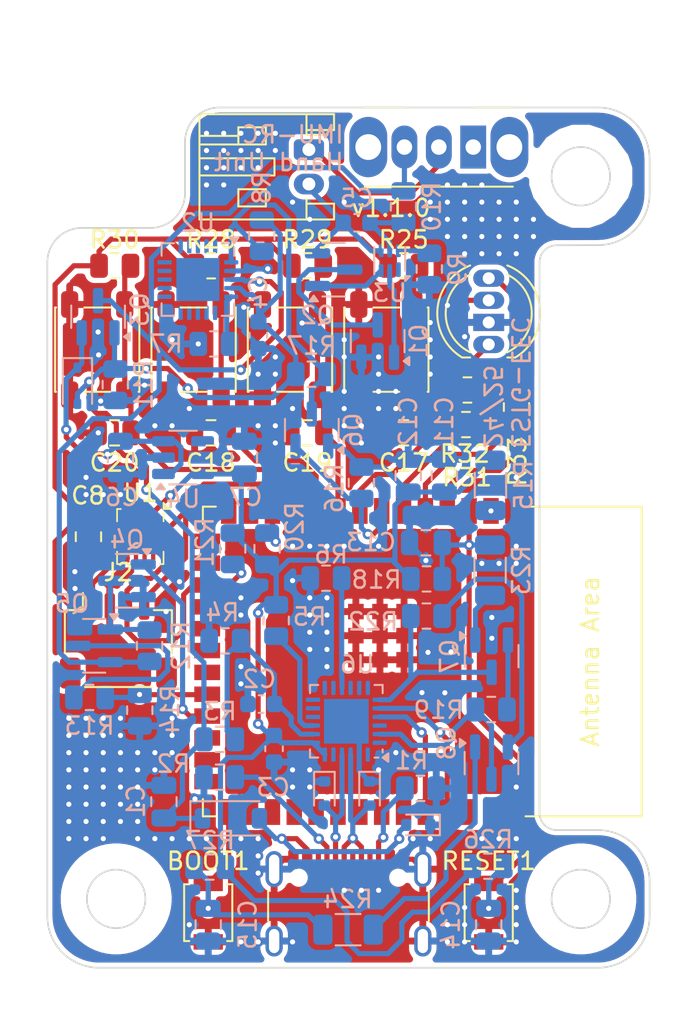
<source format=kicad_pcb>
(kicad_pcb (version 20241229) (generator "pcbnew") (generator_version "9.0")
  (layers (0 "F.Cu" signal) (2 "B.Cu" signal) (13 "F.Paste" user) (15 "B.Paste" user) (5 "F.SilkS" user "F.Silkscreen") (7 "B.SilkS" user "B.Silkscreen") (1 "F.Mask" user) (3 "B.Mask" user) (25 "Edge.Cuts" user))
  (net 0 "")
  (net 1 "BOOT")
  (net 2 "GND")
  (net 3 "Net-(BT1-+)")
  (net 4 "Net-(BT1--)")
  (net 5 "VBUS")
  (net 6 "+3.3V")
  (net 7 "Net-(U3-BAT)")
  (net 8 "Net-(D6-K)")
  (net 9 "CHIP_PU")
  (net 10 "Net-(U6-VBUS)")
  (net 11 "SW_FN")
  (net 12 "SW_SLT")
  (net 13 "SW_UP")
  (net 14 "SW_DOWN")
  (net 15 "Net-(D2-A2)")
  (net 16 "Net-(D3-A2)")
  (net 17 "Net-(D1-A2)")
  (net 18 "Net-(D7-RA)")
  (net 19 "Net-(D7-BA)")
  (net 20 "Net-(D7-GA)")
  (net 21 "SDA")
  (net 22 "SCL")
  (net 23 "Net-(Q1-G)")
  (net 24 "Net-(Q1-D)")
  (net 25 "Net-(Q2-G)")
  (net 26 "+BATT")
  (net 27 "Net-(Q4-D)")
  (net 28 "BATT_READ_EN")
  (net 29 "Net-(Q5-D)")
  (net 30 "CHRG_5V")
  (net 31 "CHRG")
  (net 32 "Net-(U2-PROG)")
  (net 33 "Net-(U3-V-)")
  (net 34 "BATT_READ")
  (net 35 "Net-(U5-3V3)")
  (net 36 "LED_RED")
  (net 37 "LED_GREEN")
  (net 38 "LED_BLUE")
  (net 51 "Net-(Q7-B)")
  (net 52 "Net-(Q7-C)")
  (net 53 "RTS")
  (net 54 "DTR")
  (net 55 "Net-(Q8-C)")
  (net 56 "Net-(Q8-B)")
  (net 57 "Net-(U6-~{RST})")
  (net 58 "Net-(U6-~{SUSPEND})")
  (net 73 "Net-(J1-CC2)")
  (net 75 "Net-(J1-CC1)")
  (net 80 "U0TXD")
  (net 85 "U0RXD")
  (footprint "Button_Switch_SMD:SW_SPST_PTS647_Sx50" (layer "F.Cu") (at 28.25 33.575 90)
    (property "Reference" "SW_SLT1" (hide yes))
    (property "Value" "B3U-1000P")
  )
  (footprint "Resistor_SMD:R_0805_2012Metric" (layer "F.Cu") (at 40.47 28.7 180)
    (property "Reference" "R25")
    (property "Value" "10k")
  )
  (footprint "Resistor_SMD:R_0805_2012Metric" (layer "F.Cu") (at 47.015 36.9125 -90)
    (property "Reference" "R33")
    (property "Value" "68")
  )
  (footprint "Button_Switch_SMD:SW_SPST_PTS647_Sx50" (layer "F.Cu") (at 22.65 33.575 90)
    (property "Reference" "SW_DOWN1" (hide yes))
    (property "Value" "B3U-1000P")
  )
  (footprint "Button_Switch_THT:SW_Slide_SPDT_Angled_CK_OS102011MA1Q" (layer "F.Cu") (at 44.5 21.8 180)
    (property "Reference" "SW1" (hide yes))
    (property "Value" "SW_SPDT")
  )
  (footprint "IMURCLibrary:LGA-14L_3x2.5mm_P0.5mm" (layer "F.Cu") (at 25.1525 44.4375 -90)
    (property "Reference" "U1")
    (property "Value" "LSM6DSO")
  )
  (footprint "Capacitor_SMD:C_0805_2012Metric" (layer "F.Cu") (at 23.66 38.41)
    (property "Reference" "C20")
    (property "Value" "100nF/50V")
  )
  (footprint "Button_Switch_SMD:SW_SPST_PTS647_Sx50" (layer "F.Cu") (at 39.45 33.575 90)
    (property "Reference" "SW_FN1" (hide yes))
    (property "Value" "B3U-1000P")
  )
  (footprint "Resistor_SMD:R_0805_2012Metric" (layer "F.Cu") (at 29.27 28.7 180)
    (property "Reference" "R28")
    (property "Value" "10k")
  )
  (footprint "Connector_JST:JST_PH_S2B-PH-K_1x02_P2.00mm_Horizontal" (layer "F.Cu") (at 34.95 21.95 -90)
    (property "Reference" "BT1" (hide yes))
    (property "Value" "LiPo 3.7V 600mAh")
  )
  (footprint "IMURCLibrary:LED_D5.0mm-4_RKGB" (layer "F.Cu") (at 45.4 33.375 90)
    (property "Reference" "D7" (hide yes))
    (property "Value" "LED_RKGB")
  )
  (footprint "Resistor_SMD:R_0805_2012Metric" (layer "F.Cu") (at 23.67 28.7 180)
    (property "Reference" "R30")
    (property "Value" "10k")
  )
  (footprint "Button_Switch_SMD:SW_SPST_PTS647_Sx50" (layer "F.Cu") (at 33.85 33.575 90)
    (property "Reference" "SW_UP1" (hide yes))
    (property "Value" "B3U-1000P")
  )
  (footprint "Capacitor_SMD:C_0805_2012Metric" (layer "F.Cu") (at 29.26 38.41)
    (property "Reference" "C18")
    (property "Value" "100nF/50V")
  )
  (footprint "Button_Switch_SMD:SW_SPST_B3U-1000P" (layer "F.Cu") (at 45.4 66.3 90)
    (property "Reference" "RESET1")
    (property "Value" "B3U-1000P")
  )
  (footprint "IMURCLibrary:JST_SH_SM04B-SRSS-TB_1x04-1MP_P1.00mm_Horizontal" (layer "F.Cu") (at 23.88 50.5)
    (property "Reference" "J2")
    (property "Value" "JST SH1.0")
  )
  (footprint "Capacitor_SMD:C_0805_2012Metric" (layer "F.Cu") (at 34.86 38.41)
    (property "Reference" "C19")
    (property "Value" "100nF/50V")
  )
  (footprint "Button_Switch_SMD:SW_SPST_B3U-1000P" (layer "F.Cu") (at 29.1 66.3 90)
    (property "Reference" "BOOT1")
    (property "Value" "B3U-1000P")
  )
  (footprint "Resistor_SMD:R_0805_2012Metric" (layer "F.Cu") (at 34.87 28.7 180)
    (property "Reference" "R29")
    (property "Value" "10k")
  )
  (footprint "Connector_USB:USB_C_Receptacle_GCT_USB4105-xx-A_16P_TopMnt_Horizontal" (layer "F.Cu") (at 37.25 66.875)
    (property "Reference" "J1" (hide yes))
    (property "Value" "USB_C_Receptacle_USB2.0_16P")
  )
  (footprint "Resistor_SMD:R_0805_2012Metric" (layer "F.Cu") (at 44.1625 35.92)
    (property "Reference" "R32")
    (property "Value" "68")
  )
  (footprint "Resistor_SMD:R_0805_2012Metric" (layer "F.Cu") (at 44.0775 37.93 180)
    (property "Reference" "R31")
    (property "Value" "330")
  )
  (footprint "Capacitor_SMD:C_0805_2012Metric" (layer "F.Cu") (at 40.46 38.41)
    (property "Reference" "C17")
    (property "Value" "100nF/50V")
  )
  (footprint "Capacitor_SMD:C_0805_2012Metric" (layer "F.Cu") (at 22.14 44.45 -90)
    (property "Reference" "C8")
    (property "Value" "100nF/50V")
  )
  (footprint "PCM_Espressif:ESP32-S3-WROOM-1" (layer "F.Cu") (at 38.54 51.7 -90)
    (property "Reference" "U5" (hide yes))
    (property "Value" "ESP32-S3-WROOM-1")
  )
  (footprint "Package_TO_SOT_SMD:SOT-23" (layer "B.Cu") (at 22.7 31.6625 90)
    (property "Reference" "Q3")
    (property "Value" "DMP3160L-7")
  )
  (footprint "Resistor_SMD:R_0805_2012Metric" (layer "B.Cu") (at 25.1225 54.5325 -90)
    (property "Reference" "R14")
    (property "Value" "11k")
  )
  (footprint "Resistor_SMD:R_0805_2012Metric" (layer "B.Cu") (at 22.2025 53.79)
    (property "Reference" "R13")
    (property "Value" "3k")
  )
  (footprint "Package_TO_SOT_SMD:SOT-23" (layer "B.Cu") (at 35.12 38.25 90)
    (property "Reference" "Q6")
    (property "Value" "BSS138")
  )
  (footprint "Resistor_SMD:R_0805_2012Metric" (layer "B.Cu") (at 40.446708 25.263955 90)
    (property "Reference" "R10")
    (property "Value" "330")
  )
  (footprint "Resistor_SMD:R_0805_2012Metric" (layer "B.Cu") (at 33.05 49.3175 90)
    (property "Reference" "R5")
    (property "Value" "1k")
  )
  (footprint "Resistor_SMD:R_0805_2012Metric" (layer "B.Cu") (at 41.78 49.06)
    (property "Reference" "R22")
    (property "Value" "10k")
  )
  (footprint "Package_DFN_QFN:QFN-20-1EP_4x4mm_P0.5mm_EP2.5x2.5mm" (layer "B.Cu") (at 28.5 29.5 180)
    (property "Reference" "U2")
    (property "Value" "MCP73831")
  )
  (footprint "Resistor_SMD:R_0805_2012Metric" (layer "B.Cu") (at 45.5475 54.49)
    (property "Reference" "R19")
    (property "Value" "10k")
  )
  (footprint "Capacitor_SMD:C_0603_1608Metric" (layer "B.Cu") (at 37.725 26.2 180)
    (property "Reference" "C5")
    (property "Value" "100nF/16V")
  )
  (footprint "Resistor_SMD:R_0805_2012Metric" (layer "B.Cu") (at 32.519687 45.147499 90)
    (property "Reference" "R20")
    (property "Value" "2k2")
  )
  (footprint "Capacitor_SMD:C_0805_2012Metric" (layer "B.Cu") (at 41.75 44.8 180)
    (property "Reference" "C13")
    (property "Value" "1uF/16V")
  )
  (footprint "Resistor_SMD:R_1206_3216Metric" (layer "B.Cu") (at 45.48 46.3925 90)
    (property "Reference" "R23")
    (property "Value" "0")
  )
  (footprint "Capacitor_SMD:C_0805_2012Metric" (layer "B.Cu") (at 40.720926 40.8994 90)
    (property "Reference" "C12")
    (property "Value" "100nF/50V")
  )
  (footprint "Resistor_SMD:R_0805_2012Metric" (layer "B.Cu") (at 29.1875 63.65)
    (property "Reference" "R27")
    (property "Value" "10k")
  )
  (footprint "Resistor_SMD:R_0805_2012Metric" (layer "B.Cu") (at 32.2125 26.95 -90)
    (property "Reference" "R8")
    (property "Value" "2k")
  )
  (footprint "Resistor_SMD:R_0805_2012Metric" (layer "B.Cu") (at 30.0675 50.5)
    (property "Reference" "R4")
    (property "Value" "47k5")
  )
  (footprint "Resistor_SMD:R_0805_2012Metric" (layer "B.Cu") (at 38 41.3125 90)
    (property "Reference" "R16")
    (property "Value" "10k")
  )
  (footprint "Capacitor_SMD:C_0603_1608Metric" (layer "B.Cu") (at 32.925 56.775 90)
    (property "Reference" "C3")
    (property "Value" "10uF/25V")
  )
  (footprint "Package_TO_SOT_SMD:SOT-23" (layer "B.Cu") (at 38.946708 33.076455 90)
    (property "Reference" "Q1")
    (property "Value" "IRLML6344TRPBF")
  )
  (footprint "Resistor_SMD:R_0805_2012Metric" (layer "B.Cu") (at 35.1 35 180)
    (property "Reference" "R17")
    (property "Value" "10k")
  )
  (footprint "Resistor_SMD:R_0805_2012Metric" (layer "B.Cu") (at 41.4375 59.075 180)
    (property "Reference" "R1")
    (property "Value" "5k1")
  )
  (footprint "Package_SON:WSON-6_1.5x1.5mm_P0.5mm" (layer "B.Cu") (at 39.646708 28.401455 90)
    (property "Reference" "U3")
    (property "Value" "BQ297xy")
  )
  (footprint "Diode_SMD:D_SOD-323" (layer "B.Cu") (at 21.5 35.675 -90)
    (property "Reference" "D6" (hide yes))
    (property "Value" "BAT20J")
  )
  (footprint "Capacitor_SMD:C_0603_1608Metric" (layer "B.Cu") (at 32.175 54.175 180)
    (property "Reference" "C2")
    (property "Value" "1uF/16V")
  )
  (footprint "Capacitor_SMD:C_0805_2012Metric" (layer "B.Cu") (at 45.4 67 90)
    (property "Reference" "C14")
    (property "Value" "100nF/50V")
  )
  (footprint "Capacitor_SMD:C_0805_2012Metric" (layer "B.Cu") (at 31.2 39.85 90)
    (property "Reference" "C7")
    (property "Value" "1uF/16V")
  )
  (footprint "Resistor_SMD:R_0805_2012Metric" (layer "B.Cu") (at 29.7625 56.225 180)
    (property "Reference" "R3")
    (property "Value" "22k1")
  )
  (footprint "Package_TO_SOT_SMD:SOT-23" (layer "B.Cu") (at 36.391423 28.925062)
    (property "Reference" "Q2")
    (property "Value" "IRLML6344TRPBF")
  )
  (footprint "Resistor_SMD:R_0805_2012Metric" (layer "B.Cu") (at 29.432612 33.241702 180)
    (property "Reference" "R7")
    (property "Value" "2k")
  )
  (footprint "Capacitor_SMD:C_0805_2012Metric" (layer "B.Cu") (at 42.820926 40.8994 90)
    (property "Reference" "C11")
    (property "Value" "10uF/25V")
  )
  (footprint "Capacitor_SMD:C_0805_2012Metric" (layer "B.Cu") (at 26.525 59.85 90)
    (property "Reference" "C1")
    (property "Value" "10uF/16V")
  )
  (footprint "Resistor_SMD:R_1206_3216Metric" (layer "B.Cu") (at 45.5 41.4625 -90)
    (property "Reference" "R15")
    (property "Value" "0")
  )
  (footprint "Diode_SMD:D_SOD-523" (layer "B.Cu") (at 38.475 59.375 -90)
    (property "Reference" "D3" (hide yes))
    (property "Value" "ESD5B5V0WT")
  )
  (footprint "Package_TO_SOT_SMD:SOT-23" (layer "B.Cu") (at 24.38 47.01 180)
    (property "Reference" "Q4")
    (property "Value" "IRLML6344TRPBF")
  )
  (footprint "Capacitor_SMD:C_0805_2012Metric" (layer "B.Cu") (at 29.1 67 90)
    (property "Reference" "C15")
    (property "Value" "100nF/50V")
  )
  (footprint "Diode_SMD:D_SOD-123" (layer "B.Cu") (at 30.421373 60.819038)
    (property "Reference" "D4" (hide yes))
    (property "Value" "1N5819")
  )
  (footprint "Resistor_SMD:R_0805_2012Metric" (layer "B.Cu") (at 30.519687 45.147499 90)
    (property "Reference" "R21")
    (property "Value" "2k2")
  )
  (footprint "Capacitor_SMD:C_0805_2012Metric" (layer "B.Cu") (at 24 39.85 -90)
    (property "Reference" "C6")
    (property "Value" "1uF/16V")
  )
  (footprint "Package_TO_SOT_SMD:SOT-23" (layer "B.Cu") (at 45.57 51.3925 -90)
    (property "Reference" "Q7")
    (property "Value" "BC817-25")
  )
  (footprint "Resistor_SMD:R_0805_2012Metric" (layer "B.Cu") (at 41.7875 46.9 180)
    (property "Reference" "R18")
    (property "Value" "10k")
  )
  (footprint "Package_TO_SOT_SMD:SOT-23-5" (layer "B.Cu") (at 27.6375 39.85)
    (property "Reference" "U4")
    (property "Value" "AP2112K-3.3")
  )
  (footprint "Resistor_SMD:R_0805_2012Metric" (layer "B.Cu") (at 35.9425 46.86 180)
    (property "Reference" "R6")
    (property "Value" "10k")
  )
  (footprint "Capacitor_SMD:C_0603_1608Metric" (layer "B.Cu") (at 32.0125 32.7375 -90)
    (property "Reference" "C4")
    (property "Value" "1uF/16V")
  )
  (footprint "Diode_SMD:D_SOD-523" (layer "B.Cu") (at 35.85 59.375 -90)
    (property "Reference" "D2" (hide yes))
    (property "Value" "ESD5B5V0WT")
  )
  (footprint "Resistor_SMD:R_0805_2012Metric" (layer "B.Cu") (at 25.6925 50.7875 -90)
    (property "Reference" "R12")
    (property "Value" "10k")
  )
  (footprint "Resistor_SMD:R_0805_2012Metric" (layer "B.Cu") (at 41.946708 28.888955 90)
    (property "Reference" "R9")
    (property "Value" "2k2")
  )
  (footprint "Resistor_SMD:R_0805_2012Metric" (layer "B.Cu") (at 45.3625 63.6 180)
    (property "Reference" "R26")
    (property "Value" "10k")
  )
  (footprint "Package_TO_SOT_SMD:SOT-23" (layer "B.Cu") (at 45.56 57.6075 -90)
    (property "Reference" "Q8")
    (property "Value" "BC817-25")
  )
  (footprint "Diode_SMD:D_SOD-523" (layer "B.Cu") (at 41.3 61.2 180)
    (property "Reference" "D1" (hide yes))
    (property "Value" "ESD5B5V0WT")
  )
  (footprint "Resistor_SMD:R_1206_3216Metric" (layer "B.Cu") (at 37.2275 67.29 180)
    (property "Reference" "R24")
    (property "Value" "0")
  )
  (footprint "Package_TO_SOT_SMD:SOT-23" (layer "B.Cu") (at 22.47 50.79 180)
    (property "Reference" "Q5")
    (property "Value" "DMP3160L-7")
  )
  (footprint "Resistor_SMD:R_0805_2012Metric" (layer "B.Cu") (at 29.7625 58.425)
    (property "Reference" "R2")
    (property "Value" "5k1")
  )
  (footprint "Package_DFN_QFN:QFN-24-1EP_4x4mm_P0.5mm_EP2.6x2.6mm" (layer "B.Cu") (at 37.125 55.175 90)
    (property "Reference" "U6")
    (property "Value" "CP2102N")
  )
  (footprint "Resistor_SMD:R_0805_2012Metric" (layer "B.Cu") (at 23.7 35.6125 90)
    (property "Reference" "R11")
    (property "Value" "10k")
  )
  (gr_circle (center 50.75 23.5) (end 52.45 23.5) (stroke (width 0.1)) (fill no) (layer "Edge.Cuts"))
  (gr_line (start 19.75 28.5) (end 19.75 66.5) (stroke (width 0.1)) (layer "Edge.Cuts"))
  (gr_arc (start 51.75 19.5) (mid 53.87132 20.37868) (end 54.75 22.5) (stroke (width 0.1)) (layer "Edge.Cuts"))
  (gr_arc (start 54.75 24.5) (mid 53.87132 26.62132) (end 51.75 27.5) (stroke (width 0.1)) (layer "Edge.Cuts"))
  (gr_arc (start 19.75 28.5) (mid 20.335786 27.085786) (end 21.75 26.5) (stroke (width 0.1)) (layer "Edge.Cuts"))
  (gr_arc (start 22.75 69.5) (mid 20.62868 68.62132) (end 19.75 66.5) (stroke (width 0.1)) (layer "Edge.Cuts"))
  (gr_arc (start 49.35 61.5) (mid 48.642893 61.207107) (end 48.35 60.5) (stroke (width 0.1)) (layer "Edge.Cuts"))
  (gr_line (start 22.75 69.5) (end 51.75 69.5) (stroke (width 0.1)) (layer "Edge.Cuts"))
  (gr_line (start 25.75 26.5) (end 21.75 26.5) (stroke (width 0.1)) (layer "Edge.Cuts"))
  (gr_circle (center 50.75 65.5) (end 52.45 65.5) (stroke (width 0.1)) (fill no) (layer "Edge.Cuts"))
  (gr_line (start 54.75 64.5) (end 54.75 66.5) (stroke (width 0.1)) (layer "Edge.Cuts"))
  (gr_arc (start 27.75 21.5) (mid 28.335786 20.085786) (end 29.75 19.5) (stroke (width 0.1)) (layer "Edge.Cuts"))
  (gr_arc (start 51.75 61.5) (mid 53.87132 62.37868) (end 54.75 64.5) (stroke (width 0.1)) (layer "Edge.Cuts"))
  (gr_line (start 27.75 21.5) (end 27.75 24.5) (stroke (width 0.1)) (layer "Edge.Cuts"))
  (gr_line (start 48.35 28.507107) (end 48.35 60.5) (stroke (width 0.1)) (layer "Edge.Cuts"))
  (gr_line (start 49.35 27.507107) (end 51.75 27.5) (stroke (width 0.1)) (layer "Edge.Cuts"))
  (gr_line (start 49.35 61.5) (end 51.75 61.5) (stroke (width 0.1)) (layer "Edge.Cuts"))
  (gr_line (start 54.75 22.5) (end 54.75 24.5) (stroke (width 0.1)) (layer "Edge.Cuts"))
  (gr_arc (start 48.35 28.507107) (mid 48.642893 27.8) (end 49.35 27.507107) (stroke (width 0.1)) (layer "Edge.Cuts"))
  (gr_line (start 51.75 19.5) (end 29.75 19.5) (stroke (width 0.1)) (layer "Edge.Cuts"))
  (gr_circle (center 23.75 65.5) (end 25.45 65.5) (stroke (width 0.1)) (fill no) (layer "Edge.Cuts"))
  (gr_arc (start 54.75 66.5) (mid 53.87132 68.62132) (end 51.75 69.5) (stroke (width 0.1)) (layer "Edge.Cuts"))
  (gr_arc (start 27.75 24.5) (mid 27.164214 25.914214) (end 25.75 26.5) (stroke (width 0.1)) (layer "Edge.Cuts"))
  (gr_text "v1.1.0" (at 37.34 25.93 0) (layer "F.SilkS") (effects (font (size 1 1)) (justify left bottom)))
  (gr_text "IMU-RC \nHand Unit" (at 37.06 21.88 0) (layer "B.SilkS") (effects (font (size 1 1)) (justify left mirror)))
  (gr_text "ESTG-EEC \n24/25" (at 45.03 39.42 -90) (layer "B.SilkS") (effects (font (size 1 1)) (justify left bottom mirror)))
  (segment (start 30.29 63.41) (end 29.1 64.6) (width 0.3) (layer "F.Cu") (net 1))
  (segment (start 30.29 60.45) (end 30.29 63.41) (width 0.3) (layer "F.Cu") (net 1))
  (segment (start 29.1 64.6) (end 29.1 66.05) (width 0.3) (layer "F.Cu") (net 1))
  (via (at 29.1 66.05) (size 0.6) (drill 0.3) (layers "F.Cu" "B.Cu") (net 1))
  (segment (start 29.475 66.425) (end 29.1 66.05) (width 0.3) (layer "B.Cu") (net 1))
  (segment (start 35.765 67.29) (end 34.9 66.425) (width 0.3) (layer "B.Cu") (net 1))
  (segment (start 29.1 66.05) (end 29.1 64.475) (width 0.3) (layer "B.Cu") (net 1))
  (segment (start 29.1 64.475) (end 28.275 63.65) (width 0.3) (layer "B.Cu") (net 1))
  (segment (start 34.9 66.425) (end 29.475 66.425) (width 0.3) (layer "B.Cu") (net 1))
  (segment (start 24.14 44.4375) (end 24.14 44.9375) (width 0.3) (layer "F.Cu") (net 2))
  (segment (start 33.505 63.195) (end 32.93 63.77) (width 0.3) (layer "F.Cu") (net 2))
  (segment (start 40.995 63.195) (end 41.57 63.77) (width 0.3) (layer "F.Cu") (net 2))
  (segment (start 40.45 63.195) (end 40.995 63.195) (width 0.3) (layer "F.Cu") (net 2))
  (segment (start 34.05 63.195) (end 33.505 63.195) (width 0.3) (layer "F.Cu") (net 2))
  (segment (start 23.72 46.96) (end 23.38 47.3) (width 0.3) (layer "F.Cu") (net 2))
  (segment (start 22.6025 44.9375) (end 24.14 44.9375) (width 0.3) (layer "F.Cu") (net 2))
  (segment (start 23.38 47.3) (end 23.38 48.5) (width 0.3) (layer "F.Cu") (net 2))
  (segment (start 22.14 45.4) (end 22.6025 44.9375) (width 0.3) (layer "F.Cu") (net 2))
  (via (at 32 35) (size 0.6) (drill 0.3) (layers "F.Cu" "B.Cu") (net 2))
  (via (at 31 68) (size 0.6) (drill 0.3) (layers "F.Cu" "B.Cu") (net 2))
  (via (at 22 56) (size 0.6) (drill 0.3) (layers "F.Cu" "B.Cu") (net 2))
  (via (at 32 63) (size 0.6) (drill 0.3) (layers "F.Cu" "B.Cu") (net 2))
  (via (at 43.21 51.14) (size 0.6) (drill 0.3) (layers "F.Cu" "B.Cu") (net 2))
  (via (at 45 27) (size 0.6) (drill 0.3) (layers "F.Cu" "B.Cu") (net 2))
  (via (at 39 34) (size 0.6) (drill 0.3) (layers "F.Cu" "B.Cu") (net 2))
  (via (at 32 23) (size 0.6) (drill 0.3) (layers "F.Cu" "B.Cu") (net 2))
  (via (at 23 56) (size 0.6) (drill 0.3) (layers "F.Cu" "B.Cu") (net 2))
  (via (at 40 37) (size 0.6) (drill 0.3) (layers "F.Cu" "B.Cu") (net 2))
  (via (at 38 65) (size 0.6) (drill 0.3) (layers "F.Cu" "B.Cu") (net 2))
  (via (at 48 26) (size 0.6) (drill 0.3) (layers "F.Cu" "B.Cu") (net 2))
  (via (at 21 57) (size 0.6) (drill 0.3) (layers "F.Cu" "B.Cu") (net 2))
  (via (at 22 41) (size 0.6) (drill 0.3) (layers "F.Cu" "B.Cu") (net 2))
  (via (at 35 58) (size 0.6) (drill 0.3) (layers "F.Cu" "B.Cu") (net 2))
  (via (at 37 65) (size 0.6) (drill 0.3) (layers "F.Cu" "B.Cu") (net 2))
  (via (at 31 52) (size 0.6) (drill 0.3) (layers "F.Cu" "B.Cu") (net 2))
  (via (at 33 39) (size 0.6) (drill 0.3) (layers "F.Cu" "B.Cu") (net 2))
  (via (at 31 22) (size 0.6) (drill 0.3) (layers "F.Cu" "B.Cu") (net 2))
  (via (at 32.558175 28.875) (size 0.6) (drill 0.3) (layers "F.Cu" "B.Cu") (net 2))
  (via (at 33 34) (size 0.6) (drill 0.3) (layers "F.Cu" "B.Cu") (net 2))
  (via (at 29 23) (size 0.6) (drill 0.3) (layers "F.Cu" "B.Cu") (net 2))
  (via (at 44 28) (size 0.6) (drill 0.3) (layers "F.Cu" "B.Cu") (net 2))
  (via (at 37 45) (size 0.6) (drill 0.3) (layers "F.Cu" "B.Cu") (net 2))
  (via (at 35 50) (size 0.6) (drill 0.3) (layers "F.Cu" "B.Cu") (net 2))
  (via (at 28 37) (size 0.6) (drill 0.3) (layers "F.Cu" "B.Cu") (net 2))
  (via (at 46 46) (size 0.6) (drill 0.3) (layers "F.Cu" "B.Cu") (net 2))
  (via (at 44 24) (size 0.6) (drill 0.3) (layers "F.Cu" "B.Cu") (net 2))
  (via (at 47 67) (size 0.6) (drill 0.3) (layers "F.Cu" "B.Cu") (net 2))
  (via (at 36 51) (size 0.6) (drill 0.3) (layers "F.Cu" "B.Cu") (net 2))
  (via (at 41.87 51.17) (size 0.6) (drill 0.3) (layers "F.Cu" "B.Cu") (net 2))
  (via (at 43 27) (size 0.6) (drill 0.3) (layers "F.Cu" "B.Cu") (net 2))
  (via (at 24 60) (size 0.6) (drill 0.3) (layers "F.Cu" "B.Cu") (net 2))
  (via (at 42.85 53.52) (size 0.6) (drill 0.3) (layers "F.Cu" "B.Cu") (net 2))
  (via (at 47 25) (size 0.6) (drill 0.3) (layers "F.Cu" "B.Cu") (net 2))
  (via (at 31 48) (size 0.6) (drill 0.3) (layers "F.Cu" "B.Cu") (net 2))
  (via (at 22 59) (size 0.6) (drill 0.3) (layers "F.Cu" "B.Cu") (net 2))
  (via (at 41 62) (size 0.6) (drill 0.3) (layers "F.Cu" "B.Cu") (net 2))
  (via (at 23 61) (size 0.6) (drill 0.3) (layers "F.Cu" "B.Cu") (net 2))
  (via (at 26 57) (size 0.6) (drill 0.3) (layers "F.Cu" "B.Cu") (net 2))
  (via (at 37 36) (size 0.6) (drill 0.3) (layers "F.Cu" "B.Cu") (net 2))
  (via (at 45 46) (size 0.6) (drill 0.3) (layers "F.Cu" "B.Cu") (net 2))
  (via (at 34 37) (size 0.6) (drill 0.3) (layers "F.Cu" "B.Cu") (net 2))
  (via (at 47 46) (size 0.6) (drill 0.3) (layers "F.Cu" "B.Cu") (net 2))
  (via (at 47 45) (size 0.6) (drill 0.3) (layers "F.Cu" "B.Cu") (net 2))
  (via (at 26.65 48.8) (size 0.6) (drill 0.3) (layers "F.Cu" "B.Cu") (net 2))
  (via (at 23 55) (size 0.6) (drill 0.3) (layers "F.Cu" "B.Cu") (net 2))
  (via (at 22 60) (size 0.6) (drill 0.3) (layers "F.Cu" "B.Cu") (net 2))
  (via (at 44 32.82) (size 0.6) (drill 0.3) (layers "F.Cu" "B.Cu") (net 2))
  (via (at 35 48) (size 0.6) (drill 0.3) (layers "F.Cu" "B.Cu") (net 2))
  (via (at 25 58) (size 0.6) (drill 0.3) (layers "F.Cu" "B.Cu") (net 2))
  (via (at 35 59) (size 0.6) (drill 0.3) (layers "F.Cu" "B.Cu") (net 2))
  (via (at 28.520112 33.241702) (size 0.6) (drill 0.3) (layers "F.Cu" "B.Cu") (net 2))
  (via (at 23 57) (size 0.6) (drill 0.3) (layers "F.Cu" "B.Cu") (net 2))
  (via (at 32 64) (size 0.6) (drill 0.3) (layers "F.Cu" "B.Cu") (net 2))
  (via (at 27 57) (size 0.6) (drill 0.3) (layers "F.Cu" "B.Cu") (net 2))
  (via (at 40 36) (size 0.6) (drill 0.3) (layers "F.Cu" "B.Cu") (net 2))
  (via (at 27 55) (size 0.6) (drill 0.3) (layers "F.Cu" "B.Cu") (net 2))
  (via (at 25 59) (size 0.6) (drill 0.3) (layers "F.Cu" "B.Cu") (net 2))
  (via (at 47 41) (size 0.6) (drill 0.3) (layers "F.Cu" "B.Cu") (net 2))
  (via (at 47 26) (size 0.6) (drill 0.3) (layers "F.Cu" "B.Cu") (net 2))
  (via (at 24 56) (size 0.6) (drill 0.3) (layers "F.Cu" "B.Cu") (net 2))
  (via (at 39 58) (size 0.6) (drill 0.3) (layers "F.Cu" "B.Cu") (net 2))
  (via (at 30 24) (size 0.6) (drill 0.3) (layers "F.Cu" "B.Cu") (net 2))
  (via (at 45 24) (size 0.6) (drill 0.3) (layers "F.Cu" "B.Cu") (net 2))
  (via (at 37 33) (size 0.6) (drill 0.3) (layers "F.Cu" "B.Cu") (net 2))
  (via (at 34 47) (size 0.6) (drill 0.3) (layers "F.Cu" "B.Cu") (net 2))
  (via (at 24 59) (size 0.6) (drill 0.3) (layers "F.Cu" "B.Cu") (net 2))
  (via (at 23 59) (size 0.6) (drill 0.3) (layers "F.Cu" "B.Cu") (net 2))
  (via (at 45 25) (size 0.6) (drill 0.3) (layers "F.Cu" "B.Cu") (net 2))
  (via (at 44 25) (size 0.6) (drill 0.3) (layers "F.Cu" "B.Cu") (net 2))
  (via (at 34 58) (size 0.6) (drill 0.3) (layers "F.Cu" "B.Cu") (net 2))
  (via (at 24 55) (size 0.6) (drill 0.3) (layers "F.Cu" "B.Cu") (net 2))
  (via (at 25 60) (size 0.6) (drill 0.3) (layers "F.Cu" "B.Cu") (net 2))
  (via (at 39 45) (size 0.6) (drill 0.3) (layers "F.Cu" "B.Cu") (net 2))
  (via (at 23 62) (size 0.6) (drill 0.3) (layers "F.Cu" "B.Cu") (net 2))
  (via (at 21 56) (size 0.6) (drill 0.3) (layers "F.Cu" "B.Cu") (net 2))
  (via (at 33 38) (size 0.6) (drill 0.3) (layers "F.Cu" "B.Cu") (net 2))
  (via (at 29 21) (size 0.6) (drill 0.3) (layers "F.Cu" "B.Cu") (net 2))
  (via (at 46 28) (size 0.6) (drill 0.3) (layers "F.Cu" "B.Cu") (net 2))
  (via (at 31.17 31.11) (size 0.6) (drill 0.3) (layers "F.Cu" "B.Cu") (net 2))
  (via (at 25.4 35.64) (size 0.6) (drill 0.3) (layers "F.Cu" "B.Cu") (net 2))
  (via (at 34 45) (size 0.6) (drill 0.3) (layers "F.Cu" "B.Cu") (net 2))
  (via (at 25 57) (size 0.6) (drill 0.3) (layers "F.Cu" "B.Cu") (net 2))
  (via (at 47 66) (size 0.6) (drill 0.3) (layers "F.Cu" "B.Cu") (net 2))
  (via (at 44 27) (size 0.6) (drill 0.3) (layers "F.Cu" "B.Cu") (net 2))
  (via (at 21 55) (size 0.6) (drill 0.3) (layers "F.Cu" "B.Cu") (net 2))
  (via (at 29 62) (size 0.6) (drill 0.3) (layers "F.Cu" "B.Cu") (net 2))
  (via (at 35 51) (size 0.6) (drill 0.3) (layers "F.Cu" "B.Cu") (net 2))
  (via (at 43 25) (size 0.6) (drill 0.3) (layers "F.Cu" "B.Cu") (net 2))
  (via (at 42 25) (size 0.6) (drill 0.3) (layers "F.Cu" "B.Cu") (net 2))
  (via (at 37 34) (size 0.6) (drill 0.3) (layers "F.Cu" "B.Cu") (net 2))
  (via (at 25 61) (size 0.6) (drill 0.3) (layers "F.Cu" "B.Cu") (net 2))
  (via (at 24 58) (size 0.6) (drill 0.3) (layers "F.Cu" "B.Cu") (net 2))
  (via (at 47 62) (size 0.6) (drill 0.3) (layers "F.Cu" "B.Cu") (net 2))
  (via (at 47 59) (size 0.6) (drill 0.3) (layers "F.Cu" "B.Cu") (net 2))
  (via (at 33 35) (size 0.6) (drill 0.3) (layers "F.Cu" "B.Cu") (net 2))
  (via (at 37 37) (size 0.6) (drill 0.3) (layers "F.Cu" "B.Cu") (net 2))
  (via (at 39 37) (size 0.6) (drill 0.3) (layers "F.Cu" "B.Cu") (net 2))
  (via (at 39 65) (size 0.6) (drill 0.3) (layers "F.Cu" "B.Cu") (net 2))
  (via (at 36 50) (size 0.6) (drill 0.3) (layers "F.Cu" "B.Cu") (net 2))
  (via (at 22.85 36.56) (size 0.6) (drill 0.3) (layers "F.Cu" "B.Cu") (net 2))
  (via (at 27 56) (size 0.6) (drill 0.3) (layers "F.Cu" "B.Cu") (net 2))
  (via (at 22.7 32.55) (size 0.6) (drill 0.3) (layers "F.Cu" "B.Cu") (net 2))
  (via (at 28.33 59.69) (size 0.6) (drill 0.3) (layers "F.Cu" "B.Cu") (net 2))
  (via (at 24 61) (size 0.6) (drill 0.3) (layers "F.Cu" "B.Cu") (net 2))
  (via (at 46 26) (size 0.6) (drill 0.3) (layers "F.Cu" "B.Cu") (net 2))
  (via (at 32 22) (size 0.6) (drill 0.3) (layers "F.Cu" "B.Cu") (net 2))
  (via (at 42 32) (size 0.6) (drill 0.3) (layers "F.Cu" "B.Cu") (net 2))
  (via (at 39 35) (size 0.6) (drill 0.3) (layers "F.Cu" "B.Cu") (net 2))
  (via (at 22 57) (size 0.6) (drill 0.3) (layers "F.Cu" "B.Cu") (net 2))
  (via (at 21 59) (size 0.6) (drill 0.3) (layers "F.Cu" "B.Cu") (net 2))
  (via (at 22 55) (size 0.6) (drill 0.3) (layers "F.Cu" "B.Cu") (net 2))
  (via (at 32 68) (size 0.6) (drill 0.3) (layers "F.Cu" "B.Cu") (net 2))
  (via (at 47 68) (size 0.6) (drill 0.3) (layers "F.Cu" "B.Cu") (net 2))
  (via (at 29 24) (size 0.6) (drill 0.3) (layers "F.Cu" "B.Cu") (net 2))
  (via (at 32 21) (size 0.6) (drill 0.3) (layers "F.Cu" "B.Cu") (net 2))
  (via (at 43 31) (size 0.6) (drill 0.3) (layers "F.Cu" "B.Cu") (net 2))
  (via (at 47 27) (size 0.6) (drill 0.3) (layers "F.Cu" "B.Cu") (net 2))
  (via (at 30 22) (size 0.6) (drill 0.3) (layers "F.Cu" "B.Cu") (net 2))
  (via (at 42 34) (size 0.6) (drill 0.3) (layers "F.Cu" "B.Cu") (net 2))
  (via (at 42 62) (size 0.6) (drill 0.3) (layers "F.Cu" "B.Cu") (net 2))
  (via (at 38 38) (size 0.6) (drill 0.3) (layers "F.Cu" "B.Cu") (net 2))
  (via (at 27.43 47.06) (size 0.6) (drill 0.3) (layers "F.Cu" "B.Cu") (net 2))
  (via (at 21 58) (size 0.6) (drill 0.3) (layers "F.Cu" "B.Cu") (net 2))
  (via (at 31 62) (size 0.6) (drill 0.3) (layers "F.Cu" "B.Cu") (net 2))
  (via (at 46 25) (size 0.6) (drill 0.3) (layers "F.Cu" "B.Cu") (net 2))
  (via (at 27 62) (size 0.6) (drill 0.3) (layers "F.Cu" "B.Cu") (net 2))
  (via (at 29 22) (size 0.6) (drill 0.3) (layers "F.Cu" "B.Cu") (net 2))
  (via (at 35 45) (size 0.6) (drill 0.3) (layers "F.Cu" "B.Cu") (net 2))
  (via (at 25 62) (size 0.6) (drill 0.3) (layers "F.Cu" "B.Cu") (net 2))
  (via (at 45.58 50.35) (size 0.6) (drill 0.3) (layers "F.Cu" "B.Cu") (net 2))
  (via (at 27 38) (size 0.6) (drill 0.3) (layers "F.Cu" "B.Cu") (net 2))
  (via (at 34 25) (size 0.6) (drill 0.3) (layers "F.Cu" "B.Cu") (net 2))
  (via (at 48 27) (size 0.6) (drill 0.3) (layers "F.Cu" "B.Cu") (net 2))
  (via (at 24 57) (size 0.6) (drill 0.3) (layers "F.Cu" "B.Cu") (net 2))
  (via (at 31 49) (size 0.6) (drill 0.3) (layers "F.Cu" "B.Cu") (net 2))
  (via (at 24 42) (size 0.6) (drill 0.3) (layers "F.Cu" "B.Cu") (net 2))
  (via (at 23 42) (size 0.6) (drill 0.3) (layers "F.Cu" "B.Cu") (net 2))
  (via (at 26 38) (size 0.6) (drill 0.3) (layers "F.Cu" "B.Cu") (net 2))
  (via (at 35 26) (size 0.6) (drill 0.3) (layers "F.Cu" "B.Cu") (net 2))
  (via (at 31 53) (size 0.6) (drill 0.3) (layers "F.Cu" "B.Cu") (net 2))
  (via (at 30 21) (size 0.6) (drill 0.3) (layers "F.Cu" "B.Cu") (net 2))
  (via (at 41.75 45.83) (size 0.6) (drill 0.3) (layers "F.Cu" "B.Cu") (net 2))
  (via (at 38 39) (size 0.6) (drill 0.3) (layers "F.Cu" "B.Cu") (net 2))
  (via (at 21 61) (size 0.6) (drill 0.3) (layers "F.Cu" "B.Cu") (net 2))
  (via (at 47 65) (size 0.6) (drill 0.3) (layers "F.Cu" "B.Cu") (net 2))
  (via (at 47 28) (size 0.6) (drill 0.3) (layers "F.Cu" "B.Cu") (net 2))
  (via (at 33 22) (size 0.6) (drill 0.3) (layers "F.Cu" "B.Cu") (net 2))
  (via (at 37 25) (size 0.6) (drill 0.3) (layers "F.Cu" "B.Cu") (net 2))
  (via (at 23 58) (size 0.6) (drill 0.3) (layers "F.Cu" "B.Cu") (net 2))
  (via (at 40 57) (size 0.6) (drill 0.3) (layers "F.Cu" "B.Cu") (net 2))
  (via (at 34 68) (size 0.6) (drill 0.3) (layers "F.Cu" "B.Cu") (net 2))
  (via (at 36 48) (size 0.6) (drill 0.3) (layers "F.Cu" "B.Cu") (net 2))
  (via (at 35 49) (size 0.6) (drill 0.3) (layers "F.Cu" "B.Cu") (net 2))
  (via (at 34.55 32.03) (size 0.6) (drill 0.3) (layers "F.Cu" "B.Cu") (net 2))
  (via (at 34 59) (size 0.6) (drill 0.3) (layers "F.Cu" "B.Cu") (net 2))
  (via (at 42 26) (size 0.6) (drill 0.3) (layers "F.Cu" "B.Cu") (net 2))
  (via (at 22 62) (size 0.6) (drill 0.3) (layers "F.Cu" "B.Cu") (net 2))
  (via (at 44 26) (size 0.6) (drill 0.3) (layers "F.Cu" "B.Cu") (net 2))
  (via (at 45 26) (size 0.6) (drill 0.3) (layers "F.Cu" "B.Cu") (net 2))
  (via (at 37 38) (size 0.6) (drill 0.3) (layers "F.Cu" "B.Cu") (net 2))
  (via (at 36 49) (size 0.6) (drill 0.3) (layers "F.Cu" "B.Cu") (net 2))
  (via (at 28 62) (size 0.6) (drill 0.3) (layers "F.Cu" "B.Cu") (net 2))
  (via (at 22 61) (size 0.6) (drill 0.3) (layers "F.Cu" "B.Cu") (net 2))
  (via (at 43 67) (size 0.6) (drill 0.3) (layers "F.Cu" "B.Cu") (net 2))
  (via (at 36 45) (size 0.6) (drill 0.3) (layers "F.Cu" "B.Cu") (net 2))
  (via (at 21 60) (size 0.6) (drill 0.3) (layers "F.Cu" "B.Cu") (net 2))
  (via (at 22.71 38.41) (size 0.6) (drill 0.3) (layers "F.Cu" "B.Cu") (net 2))
  (via (at 27 33) (size 0.6) (drill 0.3) (layers "F.Cu" "B.Cu") (net 2))
  (via (at 45 62) (size 0.6) (drill 0.3) (layers "F.Cu" "B.Cu") (net 2))
  (via (at 22 58) (size 0.6) (drill 0.3) (layers "F.Cu" "B.Cu") (net 2))
  (via (at 43 24) (size 0.6) (drill 0.3) (layers "F.Cu" "B.Cu") (net 2))
  (via (at 43 68) (size 0.6) (drill 0.3) (layers "F.Cu" "B.Cu") (net 2))
  (via (at 46 27) (size 0.6) (drill 0.3) (layers "F.Cu" "B.Cu") (net 2))
  (via (at 44 66) (size 0.6) (drill 0.3) (layers "F.Cu" "B.Cu") (net 2))
  (via (at 33 21) (size 0.6) (drill 0.3) (layers "F.Cu" "B.Cu") (net 2))
  (via (at 44 68) (size 0.6) (drill 0.3) (layers "F.Cu" "B.Cu") (net 2))
  (via (at 31 23) (size 0.6) (drill 0.3) (layers "F.Cu" "B.Cu") (net 2))
  (via (at 42 33) (size 0.6) (drill 0.3) (layers "F.Cu" "B.Cu") (net 2))
  (via (at 45 28) (size 0.6) (drill 0.3) (layers "F.Cu" "B.Cu") (net 2))
  (via (at 23 60) (size 0.6) (drill 0.3) (layers "F.Cu" "B.Cu") (net 2))
  (via (at 26 58) (size 0.6) (drill 0.3) (layers "F.Cu" "B.Cu") (net 2))
  (via (at 21.36 47.46) (size 0.6) (drill 0.3) (layers "F.Cu" "B.Cu") (net 2))
  (via (at 30 23) (size 0.6) (drill 0.3) (layers "F.Cu" "B.Cu") (net 2))
  (via (at 36 52) (size 0.6) (drill 0.3) (layers "F.Cu" "B.Cu") (net 2))
  (via (at 45.58 49.14) (size 0.6) (drill 0.3) (layers "F.Cu" "B.Cu") (net 2))
  (via (at 22.73 33.88) (size 0.6) (drill 0.3) (layers "F.Cu" "B.Cu") (net 2))
  (via (at 32 38) (size 0.6) (drill 0.3) (layers "F.Cu" "B.Cu") (net 2))
  (via (at 32 62) (size 0.6) (drill 0.3) (layers "F.Cu" "B.Cu") (net 2))
  (via (at 28 67) (size 0.6) (drill 0.3) (layers "F.Cu" "B.Cu") (net 2))
  (via (at 22 42) (size 0.6) (drill 0.3) (layers "F.Cu" "B.Cu") (net 2))
  (via (at 41.52 53.51) (size 0.6) (drill 0.3) (layers "F.Cu" "B.Cu") (net 2))
  (via (at 44 67) (size 0.6) (drill 0.3) (layers "F.Cu" "B.Cu") (net 2))
  (via (at 43 26) (size 0.6) (drill 0.3) (layers "F.Cu" "B.Cu") (net 2))
  (via (at 42 35) (size 0.6) (drill 0.3) (layers "F.Cu" "B.Cu") (net 2))
  (via (at 46 62) (size 0.6) (drill 0.3) (layers "F.Cu" "B.Cu") (net 2))
  (via (at 21.35 46.48) (size 0.6) (drill 0.3) (layers "F.Cu" "B.Cu") (net 2))
  (via (at 31 21) (size 0.6) (drill 0.3) (layers "F.Cu" "B.Cu") (net 2))
  (via (at 21 62) (size 0.6) (drill 0.3) (layers "F.Cu" "B.Cu") (net 2))
  (via (at 39 36) (size 0.6) (drill 0.3) (layers "F.Cu" "B.Cu") (net 2))
  (via (at 26 62) (size 0.6) (drill 0.3) (layers "F.Cu" "B.Cu") (net 2))
  (segment (start 40.8 44.88) (end 41.75 45.83) (width 0.3) (layer "B.Cu") (net 2))
  (segment (start 37.875 58.075) (end 38.475 58.675) (width 0.3) (layer "B.Cu") (net 2))
  (segment (start 37.875 55.925) (end 37.125 55.175) (width 0.3) (layer "B.Cu") (net 2))
  (segment (start 32.529738 28.885955) (end 31.450728 28.885955) (width 0.3) (layer "B.Cu") (net 2))
  (segment (start 37.875 57.1125) (end 37.875 55.925) (width 0.3) (layer "B.Cu") (net 2))
  (segment (start 32.540693 28.875) (end 32.529738 28.885955) (width 0.3) (layer "B.Cu") (net 2))
  (segment (start 31.450728 28.885955) (end 31.340951 28.995732) (width 0.3) (layer "B.Cu") (net 2))
  (segment (start 37.875 57.1125) (end 37.875 58.075) (width 0.3) (layer "B.Cu") (net 2))
  (segment (start 31.128799 28.995732) (end 31.124531 29) (width 0.3) (layer "B.Cu") (net 2))
  (segment (start 31.340951 28.995732) (end 31.128799 28.995732) (width 0.3) (layer "B.Cu") (net 2))
  (segment (start 31.17 32.498634) (end 32.0125 33.341134) (width 0.3) (layer "B.Cu") (net 2))
  (segment (start 40.8 44.8) (end 40.8 44.88) (width 0.3) (layer "B.Cu") (net 2))
  (segment (start 31.17 31.11) (end 31.17 32.498634) (width 0.3) (layer "B.Cu") (net 2))
  (segment (start 31.124531 29) (end 30.4375 29) (width 0.3) (layer "B.Cu") (net 2))
  (segment (start 32.0125 33.341134) (end 32.0125 33.5125) (width 0.3) (layer "B.Cu") (net 2))
  (segment (start 32.558175 28.875) (end 32.540693 28.875) (width 0.3) (layer "B.Cu") (net 2))
  (segment (start 35.25 21.95) (end 37.76 24.46) (width 0.3) (layer "F.Cu") (net 3))
  (segment (start 40.89 24.46) (end 42.5 22.85) (width 0.3) (layer "F.Cu") (net 3))
  (segment (start 42.5 22.85) (end 42.5 21.8) (width 0.3) (layer "F.Cu") (net 3))
  (segment (start 34.95 21.95) (end 35.25 21.95) (width 0.3) (layer "F.Cu") (net 3))
  (segment (start 37.76 24.46) (end 40.89 24.46) (width 0.3) (layer "F.Cu") (net 3))
  (segment (start 39.146708 27.826455) (end 38.576455 27.826455) (width 0.3) (layer "B.Cu") (net 4))
  (segment (start 34.95 24.2) (end 36.95 26.2) (width 0.3) (layer "B.Cu") (net 4))
  (segment (start 34.95 23.95) (end 34.95 24.2) (width 0.3) (layer "B.Cu") (net 4))
  (segment (start 35.453923 27.975062) (end 35.453923 27.696077) (width 0.3) (layer "B.Cu") (net 4))
  (segment (start 38.576455 27.826455) (end 36.95 26.2) (width 0.3) (layer "B.Cu") (net 4))
  (segment (start 35.453923 27.696077) (end 36.95 26.2) (width 0.3) (layer "B.Cu") (net 4))
  (segment (start 22.628925 37.281) (end 22.189 36.841075) (width 0.3) (layer "F.Cu") (net 5))
  (segment (start 24.87 39.73) (end 24.23 39.73) (width 0.3) (layer "F.Cu") (net 5))
  (segment (start 25.508962 40.368962) (end 24.87 39.73) (width 0.3) (layer "F.Cu") (net 5))
  (segment (start 22.189 36.841075) (end 22.189 36.036) (width 0.3) (layer "F.Cu") (net 5))
  (segment (start 23.16287 37.281) (end 22.628925 37.281) (width 0.3) (layer "F.Cu") (net 5))
  (segment (start 23.759 39.259) (end 23.759 37.87713) (width 0.3) (layer "F.Cu") (net 5))
  (segment (start 22.185 36.032) (end 22.185 35.445) (width 0.3) (layer "F.Cu") (net 5))
  (segment (start 22.189 36.036) (end 22.185 36.032) (width 0.3) (layer "F.Cu") (net 5))
  (segment (start 24.23 39.73) (end 23.759 39.259) (width 0.3) (layer "F.Cu") (net 5))
  (segment (start 26.750456 34.67) (end 25.5 34.67) (width 0.3) (layer "F.Cu") (net 5))
  (segment (start 27.910228 35.829772) (end 26.750456 34.67) (width 0.3) (layer "F.Cu") (net 5))
  (segment (start 23.759 37.87713) (end 23.16287 37.281) (width 0.3) (layer "F.Cu") (net 5))
  (segment (start 25.508962 41.721038) (end 25.508962 40.368962) (width 0.3) (layer "F.Cu") (net 5))
  (via (at 27.910228 35.829772) (size 0.6) (drill 0.3) (layers "F.Cu" "B.Cu") (net 5))
  (via (at 25.5 34.67) (size 0.6) (drill 0.3) (layers "F.Cu" "B.Cu") (net 5))
  (via (at 25.508962 41.721038) (size 0.6) (drill 0.3) (layers "F.Cu" "B.Cu") (net 5))
  (via (at 22.185 35.445) (size 0.6) (drill 0.3) (layers "F.Cu" "B.Cu") (net 5))
  (segment (start 32.2125 31.9625) (end 32.0125 31.9625) (width 0.3) (layer "B.Cu") (net 5))
  (segment (start 30.4375 30) (end 30.935097 30) (width 0.3) (layer "B.Cu") (net 5))
  (segment (start 23.73 34.67) (end 23.7 34.7) (width 0.3) (layer "B.Cu") (net 5))
  (segment (start 31.305097 30.37) (end 31.64 30.37) (width 0.3) (layer "B.Cu") (net 5))
  (segment (start 26.525 60.8) (end 27.601 59.724) (width 0.3) (layer "B.Cu") (net 5))
  (segment (start 33.28 30.32) (end 33.28 26.87) (width 0.3) (layer "B.Cu") (net 5))
  (segment (start 33.28 26.87) (end 32.4475 26.0375) (width 0.3) (layer "B.Cu") (net 5))
  (segment (start 27.910228 35.829772) (end 28.440456 36.36) (width 0.3) (layer "B.Cu") (net 5))
  (segment (start 30.935097 30) (end 31.305097 30.37) (width 0.3) (layer "B.Cu") (net 5))
  (segment (start 21.5 36.13) (end 22.93 34.7) (width 0.3) (layer "B.Cu") (net 5))
  (segment (start 31.64 30.37) (end 32.0125 30.7425) (width 0.3) (layer "B.Cu") (net 5))
  (segment (start 34.1875 35) (end 34.1875 33.9375) (width 0.3) (layer "B.Cu") (net 5))
  (segment (start 32.0125 31.5875) (end 33.28 30.32) (width 0.3) (layer "B.Cu") (net 5))
  (segment (start 23.65 34.65) (end 23.7 34.7) (width 0.3) (layer "B.Cu") (net 5))
  (segment (start 32.4475 26.0375) (end 32.2125 26.0375) (width 0.3) (layer "B.Cu") (net 5))
  (segment (start 34.1875 33.9375) (end 32.2125 31.9625) (width 0.3) (layer "B.Cu") (net 5))
  (segment (start 32.0125 30.7425) (end 32.0125 31.9625) (width 0.3) (layer "B.Cu") (net 5))
  (segment (start 22.93 34.7) (end 23.7 34.7) (width 0.3) (layer "B.Cu") (net 5))
  (segment (start 32.8275 36.36) (end 34.1875 35) (width 0.3) (layer "B.Cu") (net 5))
  (segment (start 23.65 32.6) (end 23.65 34.65) (width 0.3) (layer "B.Cu") (net 5))
  (segment (start 25.508962 41.721038) (end 28.169 44.381075) (width 0.3) (layer "B.Cu") (net 5))
  (segment (start 27.601 59.724) (end 27.601 57.474) (width 0.3) (layer "B.Cu") (net 5))
  (segment (start 28.85 51.76437) (end 28.85 56.225) (width 0.3) (layer "B.Cu") (net 5))
  (segment (start 28.440456 36.36) (end 32.8275 36.36) (width 0.3) (layer "B.Cu") (net 5))
  (segment (start 27.601 57.474) (end 28.85 56.225) (width 0.3) (layer "B.Cu") (net 5))
  (segment (start 32.0125 31.9625) (end 32.0125 31.5875) (width 0.3) (layer "B.Cu") (net 5))
  (segment (start 28.169 44.381075) (end 28.169 51.08337) (width 0.3) (layer "B.Cu") (net 5))
  (segment (start 21.5 36.725) (end 21.5 36.13) (width 0.3) (layer "B.Cu") (net 5))
  (segment (start 28.771373 60.819038) (end 26.544038 60.819038) (width 0.3) (layer "B.Cu") (net 5))
  (segment (start 26.544038 60.819038) (end 26.525 60.8) (width 0.3) (layer "B.Cu") (net 5))
  (segment (start 25.5 34.67) (end 23.73 34.67) (width 0.3) (layer "B.Cu") (net 5))
  (segment (start 28.169 51.08337) (end 28.85 51.76437) (width 0.3) (layer "B.Cu") (net 5))
  (segment (start 22.38 47.17) (end 22.38 48.5) (width 0.3) (layer "F.Cu") (net 6))
  (segment (start 32.4075 27.15) (end 33.9575 28.7) (width 0.3) (layer "F.Cu") (net 6))
  (segment (start 25.775 43.175) (end 26.9 42.05) (width 0.3) (layer "F.Cu") (net 6))
  (segment (start 25.6025 44.9375) (end 24.9025 44.2375) (width 0.3) (layer "F.Cu") (net 6))
  (segment (start 22.38 48.5) (end 21.11 48.5) (width 0.3) (layer "F.Cu") (net 6))
  (segment (start 21.11 48.5) (end 20.2 47.59) (width 0.3) (layer "F.Cu") (net 6))
  (segment (start 22.7575 27.8525) (end 23.46 27.15) (width 0.3) (layer "F.Cu") (net 6))
  (segment (start 26.4 27.15) (end 32.98 27.15) (width 0.3) (layer "F.Cu") (net 6))
  (segment (start 39.5575 28.7) (end 38.0075 27.15) (width 0.3) (layer "F.Cu") (net 6))
  (segment (start 24.4025 45.7) (end 23.85 45.7) (width 0.3) (layer "F.Cu") (net 6))
  (segment (start 25.4025 43.175) (end 24.9025 43.175) (width 0.3) (layer "F.Cu") (net 6))
  (segment (start 26.165 44.9375) (end 25.6025 44.9375) (width 0.3) (layer "F.Cu") (net 6))
  (segment (start 24.14 43.9375) (end 22.5775 43.9375) (width 0.3) (layer "F.Cu") (net 6))
  (segment (start 24.14 43.9375) (end 24.7025 43.9375) (width 0.3) (layer "F.Cu") (net 6))
  (segment (start 32 55.325) (end 32 48.875) (width 0.3) (layer "F.Cu") (net 6))
  (segment (start 25.9025 43.175) (end 25.75 43.175) (width 0.3) (layer "F.Cu") (net 6))
  (segment (start 24.9025 43.7375) (end 24.9025 43.175) (width 0.3) (layer "F.Cu") (net 6))
  (segment (start 24.9025 44.2375) (end 24.9025 43.7375) (width 0.3) (layer "F.Cu") (net 6))
  (segment (start 21.44 43.5) (end 22.14 43.5) (width 0.3) (layer "F.Cu") (net 6))
  (segment (start 23.85 45.7) (end 22.38 47.17) (width 0.3) (layer "F.Cu") (net 6))
  (segment (start 22.7575 28.7) (end 22.7575 27.8525) (width 0.3) (layer "F.Cu") (net 6))
  (segment (start 22.5775 43.9375) (end 22.14 43.5) (width 0.3) (layer "F.Cu") (net 6))
  (segment (start 20.2 29.79) (end 21.29 28.7) (width 0.3) (layer "F.Cu") (net 6))
  (segment (start 20.2 47.59) (end 20.2 44.74) (width 0.3) (layer "F.Cu") (net 6))
  (segment (start 25.75 43.175) (end 25.775 43.175) (width 0.3) (layer "F.Cu") (net 6))
  (segment (start 23.46 27.15) (end 26.8075 27.15) (width 0.3) (layer "F.Cu") (net 6))
  (segment (start 21.29 28.7) (end 22.7575 28.7) (width 0.3) (layer "F.Cu") (net 6))
  (segment (start 22.14 43.5) (end 20.2 41.56) (width 0.3) (layer "F.Cu") (net 6))
  (segment (start 20.2 41.56) (end 20.2 29.79) (width 0.3) (layer "F.Cu") (net 6))
  (segment (start 26.8075 27.15) (end 26.9675 27.31) (width 0.3) (layer "F.Cu") (net 6))
  (segment (start 26.9675 27.31) (end 28.3575 28.7) (width 0.3) (layer "F.Cu") (net 6))
  (segment (start 38.0075 27.15) (end 32.4075 27.15) (width 0.3) (layer "F.Cu") (net 6))
  (segment (start 20.2 44.74) (end 21.44 43.5) (width 0.3) (layer "F.Cu") (net 6))
  (segment (start 25.75 43.175) (end 25.4025 43.175) (width 0.3) (layer "F.Cu") (net 6))
  (segment (start 24.7025 43.9375) (end 24.9025 43.7375) (width 0.3) (layer "F.Cu") (net 6))
  (via (at 32 55.325) (size 0.6) (drill 0.3) (layers "F.Cu" "B.Cu") (net 6))
  (via (at 26.9 42.05) (size 0.6) (drill 0.3) (layers "F.Cu" "B.Cu") (net 6))
  (via (at 32 48.875) (size 0.6) (drill 0.3) (layers "F.Cu" "B.Cu") (net 6))
  (segment (start 33.019687 46.559999) (end 32.844687 46.559999) (width 0.3) (layer "B.Cu") (net 6))
  (segment (start 40.97 66.27) (end 40.35 66.89) (width 0.3) (layer "B.Cu") (net 6))
  (segment (start 35.875 57.1125) (end 35.1875 56.425) (width 0.3) (layer "B.Cu") (net 6))
  (segment (start 44.45 63.82) (end 42 66.27) (width 0.3) (layer "B.Cu") (net 6))
  (segment (start 32 48.65) (end 32.245 48.405) (width 0.3) (layer "B.Cu") (net 6))
  (segment (start 29.8115 57.71913) (end 30.25463 57.276) (width 0.3) (layer "B.Cu") (net 6))
  (segment (start 40.35 66.89) (end 40.35 67.88) (width 0.3) (layer "B.Cu") (net 6))
  (segment (start 43.6506 41.8494) (end 45.5 40) (width 0.3) (layer "B.Cu") (net 6))
  (segment (start 28.15 40.8) (end 28.775 40.8) (width 0.3) (layer "B.Cu") (net 6))
  (segment (start 32.844687 46.559999) (end 31.019687 44.734999) (width 0.3) (layer "B.Cu") (net 6))
  (segment (start 29.8115 63.3615) (end 29.8115 57.71913) (width 0.3) (layer "B.Cu") (net 6))
  (segment (start 36.07 39.1875) (end 36.7875 39.1875) (width 0.3) (layer "B.Cu") (net 6))
  (segment (start 32 48.875) (end 32 48.65) (width 0.3) (layer "B.Cu") (net 6))
  (segment (start 40.720926 41.8494) (end 42.820926 41.8494) (width 0.3) (layer "B.Cu") (net 6))
  (segment (start 38 40.4) (end 39.271526 40.4) (width 0.3) (layer "B.Cu") (net 6))
  (segment (start 35.1875 56.425) (end 33.35 56.425) (width 0.3) (layer "B.Cu") (net 6))
  (segment (start 30.1 63.925) (end 30.1 63.65) (width 0.3) (layer "B.Cu") (net 6))
  (segment (start 30.25463 57.276) (end 31.649 57.276) (width 0.3) (layer "B.Cu") (net 6))
  (segment (start 36.51 65.6) (end 31.775 65.6) (width 0.3) (layer "B.Cu") (net 6))
  (segment (start 42 66.27) (end 40.97 66.27) (width 0.3) (layer "B.Cu") (net 6))
  (segment (start 39.55 68.68) (end 37.87 68.68) (width 0.3) (layer "B.Cu") (net 6))
  (segment (start 31.019687 44.734999) (end 31.019687 40.980313) (width 0.3) (layer "B.Cu") (net 6))
  (segment (start 37.87 68.68) (end 37.17 67.98) (width 0.3) (layer "B.Cu") (net 6))
  (segment (start 39.785 45.81) (end 40.875 46.9) (width 0.3) (layer "B.Cu") (net 6))
  (segment (start 40.35 67.88) (end 39.55 68.68) (width 0.3) (layer "B.Cu") (net 6))
  (segment (start 28.775 40.8) (end 31.2 40.8) (width 0.3) (layer "B.Cu") (net 6))
  (segment (start 26.9 42.05) (end 28.15 40.8) (width 0.3) (layer "B.Cu") (net 6))
  (segment (start 30.1 63.65) (end 29.8115 63.3615) (width 0.3) (layer "B.Cu") (net 6))
  (segment (start 31.775 65.6) (end 30.1 63.925) (width 0.3) (layer "B.Cu") (net 6))
  (segment (start 32.245 48.405) (end 33.05 48.405) (width 0.3) (layer "B.Cu") (net 6))
  (segment (start 33.05 48.405) (end 33.05 46.590312) (width 0.3) (layer "B.Cu") (net 6))
  (segment (start 39.271526 40.4) (end 40.720926 41.8494) (width 0.3) (layer "B.Cu") (net 6))
  (segment (start 39.95 45.975) (end 40.875 46.9) (width 0.3) (layer "B.Cu") (net 6))
  (segment (start 40.720926 41.8494) (end 39.95 42.620326) (width 0.3) (layer "B.Cu") (net 6))
  (segment (start 31.019687 40.980313) (end 31.2 40.8) (width 0.3) (layer "B.Cu") (net 6))
  (segment (start 33.019687 46.559999) (end 33.769686 45.81) (width 0.3) (layer "B.Cu") (net 6))
  (segment (start 33.05 46.590312) (end 33.019687 46.559999) (width 0.3) (layer "B.Cu") (net 6))
  (segment (start 31.649 57.276) (end 32.925 56) (width 0.3) (layer "B.Cu") (net 6))
  (segment (start 42.820926 41.8494) (end 43.6506 41.8494) (width 0.3) (layer "B.Cu") (net 6))
  (segment (start 33.769686 45.81) (end 39.785 45.81) (width 0.3) (layer "B.Cu") (net 6))
  (segment (start 39.95 42.620326) (end 39.95 45.975) (width 0.3) (layer "B.Cu") (net 6))
  (segment (start 37.17 66.26) (end 36.51 65.6) (width 0.3) (layer "B.Cu") (net 6))
  (segment (start 36.7875 39.1875) (end 38 40.4) (width 0.3) (layer "B.Cu") (net 6))
  (segment (start 37.17 67.98) (end 37.17 66.26) (width 0.3) (layer "B.Cu") (net 6))
  (segment (start 33.35 56.425) (end 32.925 56) (width 0.3) (layer "B.Cu") (net 6))
  (segment (start 32.925 56) (end 32.675 56) (width 0.3) (layer "B.Cu") (net 6))
  (segment (start 44.45 63.6) (end 44.45 63.82) (width 0.3) (layer "B.Cu") (net 6))
  (segment (start 32.675 56) (end 32 55.325) (width 0.3) (layer "B.Cu") (net 6))
  (segment (start 39.646708 27.826455) (end 39.646708 27.346708) (width 0.3) (layer "B.Cu") (net 7))
  (segment (start 38.5 26.2) (end 40.423163 26.2) (width 0.3) (layer "B.Cu") (net 7))
  (segment (start 39.646708 27.346708) (end 38.5 26.2) (width 0.3) (layer "B.Cu") (net 7))
  (segment (start 40.423163 26.2) (end 40.446708 26.176455) (width 0.3) (layer "B.Cu") (net 7))
  (segment (start 20.85 38.67) (end 21.82 39.64) (width 0.3) (layer "F.Cu") (net 8))
  (segment (start 20.85 38.220762) (end 20.85 38.67) (width 0.3) (layer "F.Cu") (net 8))
  (segment (start 21.82 39.64) (end 23.228914 39.64) (width 0.3) (layer "F.Cu") (net 8))
  (segment (start 23.228914 39.64) (end 23.242373 39.653459) (width 0.3) (layer "F.Cu") (net 8))
  (via (at 20.85 38.220762) (size 0.6) (drill 0.3) (layers "F.Cu" "B.Cu") (net 8))
  (via (at 23.242373 39.653459) (size 0.6) (drill 0.3) (layers "F.Cu" "B.Cu") (net 8))
  (segment (start 27.5125 40.2275) (end 26.94 40.8) (width 0.3) (layer "B.Cu") (net 8))
  (segment (start 21.75 34.375) (end 21.5 34.625) (width 0.3) (layer "B.Cu") (net 8))
  (segment (start 23.255832 39.64) (end 23.26 39.64) (width 0.3) (layer "B.Cu") (net 8))
  (segment (start 21.75 32.6) (end 21.75 34.375) (width 0.3) (layer "B.Cu") (net 8))
  (segment (start 20.84 35.285) (end 21.5 34.625) (width 0.3) (layer "B.Cu") (net 8))
  (segment (start 26.5 38.9) (end 27.162499 38.9) (width 0.3) (layer "B.Cu") (net 8))
  (segment (start 26.94 40.8) (end 26.5 40.8) (width 0.3) (layer "B.Cu") (net 8))
  (segment (start 20.84 38.210762) (end 20.84 35.285) (width 0.3) (layer "B.Cu") (net 8))
  (segment (start 27.162499 38.9) (end 27.5125 39.250001) (width 0.3) (layer "B.Cu") (net 8))
  (segment (start 20.85 38.220762) (end 20.84 38.210762) (width 0.3) (layer "B.Cu") (net 8))
  (segment (start 27.5125 39.250001) (end 27.5125 40.2275) (width 0.3) (layer "B.Cu") (net 8))
  (segment (start 23.242373 39.653459) (end 23.255832 39.64) (width 0.3) (layer "B.Cu") (net 8))
  (segment (start 24 38.9) (end 26.5 38.9) (width 0.3) (layer "B.Cu") (net 8))
  (segment (start 23.26 39.64) (end 24 38.9) (width 0.3) (layer "B.Cu") (net 8))
  (segment (start 45.4 64.6) (end 45.81 64.6) (width 0.3) (layer "F.Cu") (net 9))
  (segment (start 44.26 54.45) (end 44.26 42.95) (width 0.3) (layer "F.Cu") (net 9))
  (segment (start 47.79 57.98) (end 44.26 54.45) (width 0.3) (layer "F.Cu") (net 9))
  (segment (start 47.79 62.62) (end 47.79 57.98) (width 0.3) (layer "F.Cu") (net 9))
  (segment (start 45.4 64.6) (end 45.4 66.05) (width 0.3) (layer "F.Cu") (net 9))
  (segment (start 45.81 64.6) (end 47.79 62.62) (width 0.3) (layer "F.Cu") (net 9))
  (via (at 45.4 66.05) (size 0.6) (drill 0.3) (layers "F.Cu" "B.Cu") (net 9))
  (via (at 44.26 44.93) (size 0.6) (drill 0.3) (layers "F.Cu" "B.Cu") (net 9))
  (segment (start 42.83 44.93) (end 42.7 44.8) (width 0.3) (layer "B.Cu") (net 9))
  (segment (start 44.26 44.93) (end 42.83 44.93) (width 0.3) (layer "B.Cu") (net 9))
  (segment (start 45.4 64.475) (end 46.275 63.6) (width 0.3) (layer "B.Cu") (net 9))
  (segment (start 45.4 66.05) (end 45.4 64.475) (width 0.3) (layer "B.Cu") (net 9))
  (segment (start 42.7 46.9) (end 42.7 44.8) (width 0.3) (layer "B.Cu") (net 9))
  (segment (start 45.48 44.93) (end 44.26 44.93) (width 0.3) (layer "B.Cu") (net 9))
  (segment (start 33.125 54.15) (end 32.975 54.15) (width 0.3) (layer "B.Cu") (net 10))
  (segment (start 33.924 55.374) (end 33.924 54.949) (width 0.3) (layer "B.Cu") (net 10))
  (segment (start 32.95 52.47) (end 30.98 50.5) (width 0.3) (layer "B.Cu") (net 10))
  (segment (start 30.675 56.225) (end 30.2 55.75) (width 0.3) (layer "B.Cu") (net 10))
  (segment (start 35.1875 55.925) (end 34.475 55.925) (width 0.3) (layer "B.Cu") (net 10))
  (segment (start 30.2 51.28) (end 30.98 50.5) (width 0.3) (layer "B.Cu") (net 10))
  (segment (start 32.95 54.175) (end 32.95 52.47) (width 0.3) (layer "B.Cu") (net 10))
  (segment (start 32.975 54.15) (end 32.95 54.175) (width 0.3) (layer "B.Cu") (net 10))
  (segment (start 30.2 55.75) (end 30.2 51.28) (width 0.3) (layer "B.Cu") (net 10))
  (segment (start 34.475 55.925) (end 33.924 55.374) (width 0.3) (layer "B.Cu") (net 10))
  (segment (start 33.924 54.949) (end 33.125 54.15) (width 0.3) (layer "B.Cu") (net 10))
  (segment (start 41.05 29.0325) (end 41.3825 28.7) (width 0.3) (layer "F.Cu") (net 11))
  (segment (start 37.91 41.76) (end 38.84 40.83) (width 0.3) (layer "F.Cu") (net 11))
  (segment (start 41.41 39.2) (end 41.41 38.41) (width 0.3) (layer "F.Cu") (net 11))
  (segment (start 39.78 40.83) (end 41.41 39.2) (width 0.3) (layer "F.Cu") (net 11))
  (segment (start 37.91 42.95) (end 37.91 41.76) (width 0.3) (layer "F.Cu") (net 11))
  (segment (start 41.05 30.95) (end 41.05 29.0325) (width 0.3) (layer "F.Cu") (net 11))
  (segment (start 38.84 40.83) (end 39.78 40.83) (width 0.3) (layer "F.Cu") (net 11))
  (segment (start 41.41 36.56) (end 41.05 36.2) (width 0.3) (layer "F.Cu") (net 11))
  (segment (start 41.05 36.2) (end 41.05 30.95) (width 0.3) (layer "F.Cu") (net 11))
  (segment (start 41.41 38.41) (end 41.41 36.56) (width 0.3) (layer "F.Cu") (net 11))
  (segment (start 35.37 42.95) (end 35.37 40.93) (width 0.3) (layer "F.Cu") (net 12))
  (segment (start 30.21 36.56) (end 29.85 36.2) (width 0.3) (layer "F.Cu") (net 12))
  (segment (start 30.21 38.41) (end 30.21 36.56) (width 0.3) (layer "F.Cu") (net 12))
  (segment (start 29.85 29.0325) (end 30.1825 28.7) (width 0.3) (layer "F.Cu") (net 12))
  (segment (start 35.37 40.93) (end 34.48 40.04) (width 0.3) (layer "F.Cu") (net 12))
  (segment (start 31.84 40.04) (end 30.21 38.41) (width 0.3) (layer "F.Cu") (net 12))
  (segment (start 29.85 30.95) (end 29.85 29.0325) (width 0.3) (layer "F.Cu") (net 12))
  (segment (start 34.48 40.04) (end 31.84 40.04) (width 0.3) (layer "F.Cu") (net 12))
  (segment (start 29.85 36.2) (end 29.85 30.95) (width 0.3) (layer "F.Cu") (net 12))
  (segment (start 36.64 39.24) (end 35.81 38.41) (width 0.3) (layer "F.Cu") (net 13))
  (segment (start 35.45 30.95) (end 35.45 29.0325) (width 0.3) (layer "F.Cu") (net 13))
  (segment (start 35.45 29.0325) (end 35.7825 28.7) (width 0.3) (layer "F.Cu") (net 13))
  (segment (start 36.64 42.95) (end 36.64 39.24) (width 0.3) (layer "F.Cu") (net 13))
  (segment (start 35.45 36.2) (end 35.45 30.95) (width 0.3) (layer "F.Cu") (net 13))
  (segment (start 35.81 38.41) (end 35.81 36.56) (width 0.3) (layer "F.Cu") (net 13))
  (segment (start 35.81 36.56) (end 35.45 36.2) (width 0.3) (layer "F.Cu") (net 13))
  (segment (start 34.1 42.95) (end 34.1 41.45) (width 0.3) (layer "F.Cu") (net 14))
  (segment (start 34.1 41.45) (end 33.19 40.54) (width 0.3) (layer "F.Cu") (net 14))
  (segment (start 24.61 38.41) (end 24.61 36.56) (width 0.3) (layer "F.Cu") (net 14))
  (segment (start 24.25 30.95) (end 24.25 29.0325) (width 0.3) (layer "F.Cu") (net 14))
  (segment (start 33.19 40.54) (end 26.74 40.54) (width 0.3) (layer "F.Cu") (net 14))
  (segment (start 26.74 40.54) (end 24.61 38.41) (width 0.3) (layer "F.Cu") (net 14))
  (segment (start 24.25 29.0325) (end 24.5825 28.7) (width 0.3) (layer "F.Cu") (net 14))
  (segment (start 24.61 36.56) (end 24.25 36.2) (width 0.3) (layer "F.Cu") (net 14))
  (segment (start 24.25 36.2) (end 24.25 30.95) (width 0.3) (layer "F.Cu") (net 14))
  (segment (start 36.5 64.075466) (end 36.5 63.195) (width 0.3) (layer "F.Cu") (net 15))
  (segment (start 37.325 64.25) (end 36.674534 64.25) (width 0.3) (layer "F.Cu") (net 15))
  (segment (start 36.674534 64.25) (end 36.5 64.075466) (width 0.3) (layer "F.Cu") (net 15))
  (segment (start 36.5 63.195) (end 36.5 61.9) (width 0.3) (layer "F.Cu") (net 15))
  (segment (start 37.5 64.075) (end 37.325 64.25) (width 0.3) (layer "F.Cu") (net 15))
  (segment (start 37.5 63.195) (end 37.5 64.075) (width 0.3) (layer "F.Cu") (net 15))
  (via (at 36.5 61.9) (size 0.6) (drill 0.3) (layers "F.Cu" "B.Cu") (net 15))
  (segment (start 36.5 60.725) (end 35.85 60.075) (width 0.3) (layer "B.Cu") (net 15))
  (segment (start 36.5 61.9) (end 36.5 60.925) (width 0.3) (layer "B.Cu") (net 15))
  (segment (start 36.875 60.55) (end 36.875 57.1125) (width 0.3) (layer "B.Cu") (net 15))
  (segment (start 36.5 60.925) (end 36.5 60.725) (width 0.3) (layer "B.Cu") (net 15))
  (segment (start 36.5 60.925) (end 36.875 60.55) (width 0.3) (layer "B.Cu") (net 15))
  (segment (start 37 62.475) (end 37.5 61.975) (width 0.3) (layer "F.Cu") (net 16))
  (segment (start 37 63.195) (end 37 62.475) (width 0.3) (layer "F.Cu") (net 16))
  (segment (start 38 62.475) (end 37.5 61.975) (width 0.3) (layer "F.Cu") (net 16))
  (segment (start 38 63.195) (end 38 62.475) (width 0.3) (layer "F.Cu") (net 16))
  (via (at 37.5 61.975) (size 0.6) (drill 0.3) (layers "F.Cu" "B.Cu") (net 16))
  (segment (start 37.5 61.05) (end 37.375 60.925) (width 0.3) (layer "B.Cu") (net 16))
  (segment (start 37.5 61.975) (end 37.5 61.05) (width 0.3) (layer "B.Cu") (net 16))
  (segment (start 37.5 61.05) (end 38.475 60.075) (width 0.3) (layer "B.Cu") (net 16))
  (segment (start 37.375 60.925) (end 37.375 57.1125) (width 0.3) (layer "B.Cu") (net 16))
  (segment (start 34.229999 62) (end 33.375 62) (width 0.3) (layer "F.Cu") (net 17))
  (segment (start 40.2 62.062075) (end 40.2 62) (width 0.3) (layer "F.Cu") (net 17))
  (segment (start 39.65 62.612075) (end 40.2 62.062075) (width 0.3) (layer "F.Cu") (net 17))
  (segment (start 34.85 62.620001) (end 34.229999 62) (width 0.3) (layer "F.Cu") (net 17))
  (segment (start 39.65 63.195) (end 39.65 62.612075) (width 0.3) (layer "F.Cu") (net 17))
  (segment (start 34.85 63.195) (end 34.85 62.620001) (width 0.3) (layer "F.Cu") (net 17))
  (via (at 40.2 62) (size 0.6) (drill 0.3) (layers "F.Cu" "B.Cu") (net 17))
  (via (at 33.375 62) (size 0.6) (drill 0.3) (layers "F.Cu" "B.Cu") (net 17))
  (segment (start 39.511075 62.751) (end 40.2 62.062075) (width 0.3) (layer "B.Cu") (net 17))
  (segment (start 33.375 62) (end 33.025 62) (width 0.3) (layer "B.Cu") (net 17))
  (segment (start 40.2 62) (end 40.2 61.6) (width 0.3) (layer "B.Cu") (net 17))
  (segment (start 40.2 62.062075) (end 40.2 62) (width 0.3) (layer "B.Cu") (net 17))
  (segment (start 40.2 61.6) (end 40.6 61.2) (width 0.3) (layer "B.Cu") (net 17))
  (segment (start 34.126 62.751) (end 39.511075 62.751) (width 0.3) (layer "B.Cu") (net 17))
  (segment (start 32.071373 61.046373) (end 32.071373 60.819038) (width 0.3) (layer "B.Cu") (net 17))
  (segment (start 33.375 62) (end 34.126 62.751) (width 0.3) (layer "B.Cu") (net 17))
  (segment (start 33.025 62) (end 32.071373 61.046373) (width 0.3) (layer "B.Cu") (net 17))
  (segment (start 44.16 34.515) (end 44.2115 34.4635) (width 0.3) (layer "F.Cu") (net 18))
  (segment (start 44.2115 37.1515) (end 44.16 37.1) (width 0.3) (layer "F.Cu") (net 18))
  (segment (start 44.99 37.93) (end 44.2115 37.1515) (width 0.3) (layer "F.Cu") (net 18))
  (segment (start 44.16 37.1) (end 44.16 34.515) (width 0.3) (layer "F.Cu") (net 18))
  (segment (start 44.2115 34.4635) (end 45.4 33.275) (width 0.3) (layer "F.Cu") (net 18))
  (segment (start 45.8 29.425) (end 45.4 29.425) (width 0.3) (layer "F.Cu") (net 19))
  (segment (start 47.015 30.64) (end 45.8 29.425) (width 0.3) (layer "F.Cu") (net 19))
  (segment (start 47.015 36) (end 47.015 30.64) (width 0.3) (layer "F.Cu") (net 19))
  (segment (start 43.25 35.92) (end 43.25 31.670654) (width 0.3) (layer "F.Cu") (net 20))
  (segment (start 43.25 31.670654) (end 44.212321 30.708333) (width 0.3) (layer "F.Cu") (net 20))
  (segment (start 44.212321 30.708333) (end 45.4 30.708333) (width 0.3) (layer "F.Cu") (net 20))
  (segment (start 27.79 42.45) (end 28.85 41.39) (width 0.3) (layer "F.Cu") (net 21))
  (segment (start 27.79 42.972106) (end 27.79 42.45) (width 0.3) (layer "F.Cu") (net 21))
  (segment (start 32.83 44.545312) (end 33.019687 44.734999) (width 0.3) (layer "F.Cu") (net 21))
  (segment (start 26.165 43.9375) (end 26.824606 43.9375) (width 0.3) (layer "F.Cu") (net 21))
  (segment (start 27.79 45.67) (end 27.79 42.45) (width 0.3) (layer "F.Cu") (net 21))
  (segment (start 25.38 48.05) (end 25.41 48.05) (width 0.3) (layer "F.Cu") (net 21))
  (segment (start 28.85 41.39) (end 32.25 41.39) (width 0.3) (layer "F.Cu") (net 21))
  (segment (start 32.83 42.95) (end 32.83 44.545312) (width 0.3) (layer "F.Cu") (net 21))
  (segment (start 26.824606 43.9375) (end 27.79 42.972106) (width 0.3) (layer "F.Cu") (net 21))
  (segment (start 25.41 48.05) (end 27.79 45.67) (width 0.3) (layer "F.Cu") (net 21))
  (segment (start 32.25 41.39) (end 32.83 41.97) (width 0.3) (layer "F.Cu") (net 21))
  (segment (start 32.83 41.97) (end 32.83 42.95) (width 0.3) (layer "F.Cu") (net 21))
  (segment (start 25.38 48.5) (end 25.38 48.05) (width 0.3) (layer "F.Cu") (net 21))
  (via (at 33.019687 44.734999) (size 0.6) (drill 0.3) (layers "F.Cu" "B.Cu") (net 21))
  (segment (start 30.324686 47.255) (end 31.019687 46.559999) (width 0.3) (layer "F.Cu") (net 22))
  (segment (start 27.67 49.89) (end 27.67 47.82) (width 0.3) (layer "F.Cu") (net 22))
  (segment (start 27.01 44.83) (end 26.6175 44.4375) (width 0.3) (layer "F.Cu") (net 22))
  (segment (start 25.09 46.87) (end 25.77 46.87) (width 0.3) (layer "F.Cu") (net 22))
  (segment (start 27.67 47.82) (end 28.235 47.255) (width 0.3) (layer "F.Cu") (net 22))
  (segment (start 24.95 50.49) (end 27.07 50.49) (width 0.3) (layer "F.Cu") (net 22))
  (segment (start 29.04 47.255) (end 30.324686 47.255) (width 0.3) (layer "F.Cu") (net 22))
  (segment (start 26.6175 44.4375) (end 26.165 44.4375) (width 0.3) (layer "F.Cu") (net 22))
  (segment (start 24.38 48.5) (end 24.38 47.58) (width 0.3) (layer "F.Cu") (net 22))
  (segment (start 27.07 50.49) (end 27.67 49.89) (width 0.3) (layer "F.Cu") (net 22))
  (segment (start 24.38 47.58) (end 25.09 46.87) (width 0.3) (layer "F.Cu") (net 22))
  (segment (start 24.38 49.92) (end 24.95 50.49) (width 0.3) (layer "F.Cu") (net 22))
  (segment (start 25.77 46.87) (end 27.01 45.63) (width 0.3) (layer "F.Cu") (net 22))
  (segment (start 28.235 47.255) (end 29.04 47.255) (width 0.3) (layer "F.Cu") (net 22))
  (segment (start 24.38 48.5) (end 24.38 49.92) (width 0.3) (layer "F.Cu") (net 22))
  (segment (start 27.01 45.63) (end 27.01 44.83) (width 0.3) (layer "F.Cu") (net 22))
  (via (at 31.019687 46.559999) (size 0.6) (drill 0.3) (layers "F.Cu" "B.Cu") (net 22))
  (segment (start 39.896708 30.126708) (end 39.896708 34.013955) (width 0.3) (layer "B.Cu") (net 23))
  (segment (start 39.646708 29.876708) (end 39.896708 30.126708) (width 0.3) (layer "B.Cu") (net 23))
  (segment (start 39.646708 28.976455) (end 39.646708 29.876708) (width 0.3) (layer "B.Cu") (net 23))
  (segment (start 34.366423 30.236324) (end 36.269054 32.138955) (width 0.3) (layer "B.Cu") (net 24))
  (segment (start 34.955161 28.925062) (end 34.366423 29.5138) (width 0.3) (layer "B.Cu") (net 24))
  (segment (start 36.269054 32.138955) (end 38.946708 32.138955) (width 0.3) (layer "B.Cu") (net 24))
  (segment (start 34.366423 29.5138) (end 34.366423 30.236324) (width 0.3) (layer "B.Cu") (net 24))
  (segment (start 37.328923 28.925062) (end 34.955161 28.925062) (width 0.3) (layer "B.Cu") (net 24))
  (segment (start 38.248101 29.875062) (end 35.453923 29.875062) (width 0.3) (layer "B.Cu") (net 25))
  (segment (start 39.146708 28.976455) (end 38.248101 29.875062) (width 0.3) (layer "B.Cu") (net 25))
  (segment (start 33.34 30.24) (end 33.34 32.4) (width 0.3) (layer "F.Cu") (net 26))
  (segment (start 33.34 32.4) (end 30.99 34.75) (width 0.3) (layer "F.Cu") (net 26))
  (segment (start 32.717349 29.617349) (end 33.34 30.24) (width 0.3) (layer "F.Cu") (net 26))
  (segment (start 32.08 29.617349) (end 32.717349 29.617349) (width 0.3) (layer "F.Cu") (net 26))
  (via (at 30.99 34.75) (size 0.6) (drill 0.3) (layers "F.Cu" "B.Cu") (net 26))
  (via (at 32.08 29.617349) (size 0.6) (drill 0.3) (layers "F.Cu" "B.Cu") (net 26))
  (segment (start 23.4075 51.74) (end 21.032322 51.74) (width 0.3) (layer "B.Cu") (net 26))
  (segment (start 22.403925 37.586075) (end 24.596 37.586075) (width 0.3) (layer "B.Cu") (net 26))
  (segment (start 40.5 21.8) (end 40.5 24.298163) (width 0.3) (layer "B.Cu") (net 26))
  (segment (start 36.896976 22.999) (end 38.249431 24.351455) (width 0.3) (layer "B.Cu") (net 26))
  (segment (start 31.163998 29.5) (end 30.4375 29.5) (width 0.3) (layer "B.Cu") (net 26))
  (segment (start 30.321109 25.651) (end 32.973109 22.999) (width 0.3) (layer "B.Cu") (net 26))
  (segment (start 31.253998 29.59) (end 31.163998 29.5) (width 0.3) (layer "B.Cu") (net 26))
  (segment (start 38.249431 24.351455) (end 40.446708 24.351455) (width 0.3) (layer "B.Cu") (net 26))
  (segment (start 20.444 51.151678) (end 20.444 39.546) (width 0.3) (layer "B.Cu") (net 26))
  (segment (start 25.799 33.106925) (end 25.799 28.26449) (width 0.3) (layer "B.Cu") (net 26))
  (segment (start 26.251 35.931075) (end 26.251 33.558925) (width 0.3) (layer "B.Cu") (net 26))
  (segment (start 40.5 24.298163) (end 40.446708 24.351455) (width 0.3) (layer "B.Cu") (net 26))
  (segment (start 25.799 28.26449) (end 28.41249 25.651) (width 0.3) (layer "B.Cu") (net 26))
  (segment (start 21.032322 51.74) (end 20.444 51.151678) (width 0.3) (layer "B.Cu") (net 26))
  (segment (start 28.41249 25.651) (end 30.321109 25.651) (width 0.3) (layer "B.Cu") (net 26))
  (segment (start 27.442075 34.75) (end 26.251 33.558925) (width 0.3) (layer "B.Cu") (net 26))
  (segment (start 24.596 37.586075) (end 26.251 35.931075) (width 0.3) (layer "B.Cu") (net 26))
  (segment (start 30.99 34.75) (end 27.442075 34.75) (width 0.3) (layer "B.Cu") (net 26))
  (segment (start 32.08 29.617349) (end 32.052651 29.59) (width 0.3) (layer "B.Cu") (net 26))
  (segment (start 20.444 39.546) (end 22.403925 37.586075) (width 0.3) (layer "B.Cu") (net 26))
  (segment (start 25.6525 51.74) (end 25.6925 51.7) (width 0.3) (layer "B.Cu") (net 26))
  (segment (start 26.251 33.558925) (end 23.417075 30.725) (width 0.3) (layer "B.Cu") (net 26))
  (segment (start 26.251 33.558925) (end 25.799 33.106925) (width 0.3) (layer "B.Cu") (net 26))
  (segment (start 23.4075 51.74) (end 25.6525 51.74) (width 0.3) (layer "B.Cu") (net 26))
  (segment (start 32.973109 22.999) (end 36.896976 22.999) (width 0.3) (layer "B.Cu") (net 26))
  (segment (start 32.052651 29.59) (end 31.253998 29.59) (width 0.3) (layer "B.Cu") (net 26))
  (segment (start 23.417075 30.725) (end 22.7 30.725) (width 0.3) (layer "B.Cu") (net 26))
  (segment (start 25.6575 49.84) (end 25.6925 49.875) (width 0.3) (layer "B.Cu") (net 27))
  (segment (start 23.4075 47.045) (end 23.4425 47.01) (width 0.3) (layer "B.Cu") (net 27))
  (segment (start 23.4075 49.84) (end 23.4075 47.045) (width 0.3) (layer "B.Cu") (net 27))
  (segment (start 23.4075 49.84) (end 25.6575 49.84) (width 0.3) (layer "B.Cu") (net 27))
  (segment (start 28.025 54.875) (end 27.61 54.46) (width 0.3) (layer "F.Cu") (net 28))
  (segment (start 29.04 54.875) (end 28.025 54.875) (width 0.3) (layer "F.Cu") (net 28))
  (via (at 27.61 54.46) (size 0.6) (drill 0.3) (layers "F.Cu" "B.Cu") (net 28))
  (segment (start 27.61 54.46) (end 27.61 48.3525) (width 0.3) (layer "B.Cu") (net 28))
  (segment (start 27.61 48.3525) (end 25.3175 46.06) (width 0.3) (layer "B.Cu") (net 28))
  (segment (start 22.341 52.739) (end 21.29 53.79) (width 0.3) (layer "B.Cu") (net 29))
  (segment (start 21.5325 50.79) (end 26.35187 50.79) (width 0.3) (layer "B.Cu") (net 29))
  (segment (start 26.7435 51.18163) (end 26.7435 52.21837) (width 0.3) (layer "B.Cu") (net 29))
  (segment (start 26.35187 50.79) (end 26.7435 51.18163) (width 0.3) (layer "B.Cu") (net 29))
  (segment (start 26.7435 52.21837) (end 26.22287 52.739) (width 0.3) (layer "B.Cu") (net 29))
  (segment (start 26.22287 52.739) (end 22.341 52.739) (width 0.3) (layer "B.Cu") (net 29))
  (segment (start 32.965 25.175) (end 33.78 25.99) (width 0.3) (layer "B.Cu") (net 30))
  (segment (start 32.91937 25.175) (end 32.965 25.175) (width 0.3) (layer "B.Cu") (net 30))
  (segment (start 32.2125 27.8625) (end 30.651 26.301) (width 0.3) (layer "B.Cu") (net 30))
  (segment (start 32.2125 27.7825) (end 32.2125 27.8625) (width 0.3) (layer "B.Cu") (net 30))
  (segment (start 30.4375 28.5) (end 30.4375 26.483154) (width 0.3) (layer "B.Cu") (net 30))
  (segment (start 32.91837 25.174) (end 32.91937 25.175) (width 0.3) (layer "B.Cu") (net 30))
  (segment (start 33.781 26.66248) (end 33.781 30.52752) (width 0.3) (layer "B.Cu") (net 30))
  (segment (start 33.78 25.99) (end 33.78 26.661479) (width 0.3) (layer "B.Cu") (net 30))
  (segment (start 33.78 30.528521) (end 33.78 32.7675) (width 0.3) (layer "B.Cu") (net 30))
  (segment (start 33.78 32.7675) (end 36.0125 35) (width 0.3) (layer "B.Cu") (net 30))
  (segment (start 35.12 37.3125) (end 35.12 35.8925) (width 0.3) (layer "B.Cu") (net 30))
  (segment (start 31.50663 25.174) (end 32.91837 25.174) (width 0.3) (layer "B.Cu") (net 30))
  (segment (start 30.651 26.269654) (end 30.651 26.02963) (width 0.3) (layer "B.Cu") (net 30))
  (segment (start 30.4375 26.483154) (end 30.651 26.269654) (width 0.3) (layer "B.Cu") (net 30))
  (segment (start 30.651 26.301) (end 30.651 26.269654) (width 0.3) (layer "B.Cu") (net 30))
  (segment (start 35.12 35.8925) (end 36.0125 35) (width 0.3) (layer "B.Cu") (net 30))
  (segment (start 30.651 26.02963) (end 31.50663 25.174) (width 0.3) (layer "B.Cu") (net 30))
  (segment (start 33.781 30.52752) (end 33.78 30.528521) (width 0.3) (layer "B.Cu") (net 30))
  (segment (start 33.78 26.661479) (end 33.781 26.66248) (width 0.3) (layer "B.Cu") (net 30))
  (segment (start 38.7 44.3) (end 39.18 43.82) (width 0.3) (layer "F.Cu") (net 31))
  (segment (start 38.37 44.3) (end 38.7 44.3) (width 0.3) (layer "F.Cu") (net 31))
  (segment (start 39.18 43.82) (end 39.18 42.95) (width 0.3) (layer "F.Cu") (net 31))
  (via (at 38.37 44.3) (size 0.6) (drill 0.3) (layers "F.Cu" "B.Cu") (net 31))
  (segment (start 37.2075 42.225) (end 38 42.225) (width 0.3) (layer "B.Cu") (net 31))
  (segment (start 38 43.93) (end 38 42.225) (width 0.3) (layer "B.Cu") (net 31))
  (segment (start 34.17 39.1875) (end 37.2075 42.225) (width 0.3) (layer "B.Cu") (net 31))
  (segment (start 38.37 44.3) (end 38 43.93) (width 0.3) (layer "B.Cu") (net 31))
  (segment (start 30.17 30.7675) (end 30.17 33.06659) (width 0.3) (layer "B.Cu") (net 32))
  (segment (start 30.17 33.06659) (end 30.345112 33.241702) (width 0.3) (layer "B.Cu") (net 32))
  (segment (start 30.4375 30.5) (end 30.17 30.7675) (width 0.3) (layer "B.Cu") (net 32))
  (segment (start 41.796708 27.826455) (end 41.946708 27.976455) (width 0.3) (layer "B.Cu") (net 33))
  (segment (start 40.146708 27.826455) (end 41.796708 27.826455) (width 0.3) (layer "B.Cu") (net 33))
  (segment (start 29.04 53.605) (end 29.015 53.63) (width 0.3) (layer "F.Cu") (net 34))
  (segment (start 29.015 53.63) (end 25.22 53.63) (width 0.3) (layer "F.Cu") (net 34))
  (segment (start 25.12 53.63) (end 25.11 53.62) (width 0.3) (layer "F.Cu") (net 34))
  (segment (start 25.22 53.63) (end 25.12 53.63) (width 0.3) (layer "F.Cu") (net 34))
  (via (at 25.11 53.62) (size 0.6) (drill 0.3) (layers "F.Cu" "B.Cu") (net 34))
  (segment (start 24.94 53.79) (end 25.11 53.62) (width 0.3) (layer "B.Cu") (net 34))
  (segment (start 23.115 53.79) (end 24.94 53.79) (width 0.3) (layer "B.Cu") (net 34))
  (via (at 45.53 42.95) (size 0.6) (drill 0.3) (layers "F.Cu" "B.Cu") (net 35))
  (segment (start 45.5 42.925) (end 45.505 42.925) (width 0.3) (layer "B.Cu") (net 35))
  (segment (start 45.505 42.925) (end 45.53 42.95) (width 0.3) (layer "B.Cu") (net 35))
  (segment (start 40.45 41.47) (end 43.165 38.755) (width 0.3) (layer "F.Cu") (net 36))
  (segment (start 40.45 42.95) (end 40.45 41.47) (width 0.3) (layer "F.Cu") (net 36))
  (segment (start 43.165 38.755) (end 43.165 37.93) (width 0.3) (layer "F.Cu") (net 36))
  (segment (start 45.91 36.755) (end 45.075 35.92) (width 0.3) (layer "F.Cu") (net 37))
  (segment (start 41.72 41.41) (end 43.47 39.66) (width 0.3) (layer "F.Cu") (net 37))
  (segment (start 45.91 38.9) (end 45.91 36.755) (width 0.3) (layer "F.Cu") (net 37))
  (segment (start 41.72 42.95) (end 41.72 41.41) (width 0.3) (layer "F.Cu") (net 37))
  (segment (start 45.15 39.66) (end 45.91 38.9) (width 0.3) (layer "F.Cu") (net 37))
  (segment (start 43.47 39.66) (end 45.15 39.66) (width 0.3) (layer "F.Cu") (net 37))
  (segment (start 46.02 40.6) (end 47.015 39.605) (width 0.3) (layer "F.Cu") (net 38))
  (segment (start 42.99 41.61) (end 44 40.6) (width 0.3) (layer "F.Cu") (net 38))
  (segment (start 44 40.6) (end 46.02 40.6) (width 0.3) (layer "F.Cu") (net 38))
  (segment (start 47.015 39.605) (end 47.015 37.825) (width 0.3) (layer "F.Cu") (net 38))
  (segment (start 42.99 42.95) (end 42.99 41.61) (width 0.3) (layer "F.Cu") (net 38))
  (segment (start 46.52 54.38) (end 46.52 50.455) (width 0.3) (layer "B.Cu") (net 51))
  (segment (start 46.46 54.49) (end 46.46 54.44) (width 0.3) (layer "B.Cu") (net 51))
  (segment (start 46.46 54.44) (end 46.52 54.38) (width 0.3) (layer "B.Cu") (net 51))
  (segment (start 44.62 48.715) (end 45.48 47.855) (width 0.3) (layer "B.Cu") (net 52))
  (segment (start 44.62 50.455) (end 44.62 48.715) (width 0.3) (layer "B.Cu") (net 52))
  (segment (start 39.65 53.925) (end 40.8675 52.7075) (width 0.3) (layer "B.Cu") (net 53))
  (segment (start 39.65 53.925) (end 39.0625 53.925) (width 0.3) (layer "B.Cu") (net 53))
  (segment (start 40.8675 52.7075) (end 40.8675 49.06) (width 0.3) (layer "B.Cu") (net 53))
  (segment (start 41.245 52.33) (end 39.65 53.925) (width 0.3) (layer "B.Cu") (net 53))
  (segment (start 45.57 52.33) (end 41.245 52.33) (width 0.3) (layer "B.Cu") (net 53))
  (segment (start 43.326 55.724) (end 44.56 54.49) (width 0.3) (layer "B.Cu") (net 54))
  (segment (start 39.0625 55.925) (end 40.275 55.925) (width 0.3) (layer "B.Cu") (net 54))
  (segment (start 45.56 55.415) (end 44.635 54.49) (width 0.3) (layer "B.Cu") (net 54))
  (segment (start 45.56 58.545) (end 45.56 55.415) (width 0.3) (layer "B.Cu") (net 54))
  (segment (start 40.275 55.925) (end 40.926 56.576) (width 0.3) (layer "B.Cu") (net 54))
  (segment (start 44.56 54.49) (end 44.635 54.49) (width 0.3) (layer "B.Cu") (net 54))
  (segment (start 43.326 56.136075) (end 43.326 55.724) (width 0.3) (layer "B.Cu") (net 54))
  (segment (start 40.926 56.576) (end 42.886075 56.576) (width 0.3) (layer "B.Cu") (net 54))
  (segment (start 42.886075 56.576) (end 43.326 56.136075) (width 0.3) (layer "B.Cu") (net 54))
  (segment (start 42.92 62.75) (end 44.61 61.06) (width 0.3) (layer "B.Cu") (net 55))
  (segment (start 44.61 61.06) (end 44.61 56.67) (width 0.3) (layer "B.Cu") (net 55))
  (segment (start 41.81 65.48) (end 42.92 64.37) (width 0.3) (layer "B.Cu") (net 55))
  (segment (start 40.5 65.48) (end 41.81 65.48) (width 0.3) (layer "B.Cu") (net 55))
  (segment (start 38.69 67.29) (end 40.5 65.48) (width 0.3) (layer "B.Cu") (net 55))
  (segment (start 42.92 64.37) (end 42.92 62.75) (width 0.3) (layer "B.Cu") (net 55))
  (segment (start 46.337956 46.92) (end 44.622044 46.92) (width 0.3) (layer "B.Cu") (net 56))
  (segment (start 47.3225 55.8575) (end 47.3225 47.904544) (width 0.3) (layer "B.Cu") (net 56))
  (segment (start 47.3225 47.904544) (end 46.337956 46.92) (width 0.3) (layer "B.Cu") (net 56))
  (segment (start 46.51 56.67) (end 47.3225 55.8575) (width 0.3) (layer "B.Cu") (net 56))
  (segment (start 44.622044 46.92) (end 42.6925 48.849544) (width 0.3) (layer "B.Cu") (net 56))
  (segment (start 42.6925 48.849544) (end 42.6925 49.06) (width 0.3) (layer "B.Cu") (net 56))
  (segment (start 34.425 51.605) (end 33.05 50.23) (width 0.3) (layer "B.Cu") (net 57))
  (segment (start 34.425 55.16151) (end 34.425 51.605) (width 0.3) (layer "B.Cu") (net 57))
  (segment (start 34.68849 55.425) (end 34.425 55.16151) (width 0.3) (layer "B.Cu") (net 57))
  (segment (start 35.1875 55.425) (end 34.68849 55.425) (width 0.3) (layer "B.Cu") (net 57))
  (segment (start 36.875 53.2375) (end 36.875 52.575) (width 0.3) (layer "B.Cu") (net 58))
  (segment (start 36.855 52.555) (end 36.855 46.86) (width 0.3) (layer "B.Cu") (net 58))
  (segment (start 36.875 52.575) (end 36.855 52.555) (width 0.3) (layer "B.Cu") (net 58))
  (segment (start 39 63.195) (end 39 62.2) (width 0.3) (layer "F.Cu") (net 73))
  (segment (start 39 62.2) (end 39.275 61.925) (width 0.3) (layer "F.Cu") (net 73))
  (via (at 39.275 61.925) (size 0.6) (drill 0.3) (layers "F.Cu" "B.Cu") (net 73))
  (segment (start 40.525 59.2) (end 40.525 59.075) (width 0.3) (layer "B.Cu") (net 73))
  (segment (start 39.275 60.45) (end 40.525 59.2) (width 0.3) (layer "B.Cu") (net 73))
  (segment (start 39.275 61.925) (end 39.275 60.45) (width 0.3) (layer "B.Cu") (net 73))
  (segment (start 36 62.475) (end 35.525 62) (width 0.3) (layer "F.Cu") (net 75))
  (segment (start 36 63.195) (end 36 62.475) (width 0.3) (layer "F.Cu") (net 75))
  (via (at 35.525 62) (size 0.6) (drill 0.3) (layers "F.Cu" "B.Cu") (net 75))
  (segment (start 35.525 62) (end 31.95 58.425) (width 0.3) (layer "B.Cu") (net 75))
  (segment (start 31.95 58.425) (end 30.675 58.425) (width 0.3) (layer "B.Cu") (net 75))
  (segment (start 42.575 55.825) (end 42.99 56.24) (width 0.3) (layer "F.Cu") (net 80))
  (segment (start 42.99 56.24) (end 42.99 60.45) (width 0.3) (layer "F.Cu") (net 80))
  (via (at 42.575 55.825) (size 0.6) (drill 0.3) (layers "F.Cu" "B.Cu") (net 80))
  (segment (start 41.175 54.425) (end 42.575 55.825) (width 0.3) (layer "B.Cu") (net 80))
  (segment (start 39.0625 54.425) (end 41.175 54.425) (width 0.3) (layer "B.Cu") (net 80))
  (segment (start 41.5 55.825) (end 41.72 56.045) (width 0.3) (layer "F.Cu") (net 85))
  (segment (start 41.72 56.045) (end 41.72 60.45) (width 0.3) (layer "F.Cu") (net 85))
  (via (at 41.5 55.825) (size 0.6) (drill 0.3) (layers "F.Cu" "B.Cu") (net 85))
  (segment (start 39.0625 54.925) (end 40.6 54.925) (width 0.3) (layer "B.Cu") (net 85))
  (segment (start 40.6 54.925) (end 41.5 55.825) (width 0.3) (layer "B.Cu") (net 85))
  (zone (net 2) (net_name "GND") (layers "F.Cu" "B.Cu") (name "stitch_zone_0") (connect_pads (clearance 0.3)) (min_thickness 0.4) (fill yes (thermal_gap 0.3) (thermal_bridge_width 0.4))
    (polygon (pts (xy 57 17) (xy 57 72) (xy 17 72) (xy 17 17)))
  )
  (zone (net 0) (net_name "") (layers "F.Cu" "B.Cu" "Margin") (connect_pads (clearance 0)) (min_thickness 0.25)
    (keepout (tracks allowed) (vias not_allowed) (pads not_allowed) (copperpour not_allowed) (footprints allowed))
    (fill (thermal_gap 0.5) (thermal_bridge_width 0.5))
    (polygon (pts (xy 50.25 20.5) (xy 51.25 20.5) (xy 52 20.75) (xy 52.75 21.25) (xy 53.5 22.25) (xy 53.75 23) (xy 53.75 24) (xy 53.5 24.75) (xy 52.75 25.75) (xy 52 26.25) (xy 51.25 26.5) (xy 50.25 26.5) (xy 49.5 26.25) (xy 48.75 25.75) (xy 48 24.75) (xy 47.75 24) (xy 47.75 23) (xy 48 22.25) (xy 48.75 21.25) (xy 49.5 20.75)))
  )
  (zone (net 0) (net_name "") (layers "F.Cu" "B.Cu" "Margin") (connect_pads (clearance 0)) (min_thickness 0.25)
    (keepout (tracks allowed) (vias not_allowed) (pads not_allowed) (copperpour not_allowed) (footprints allowed))
    (fill (thermal_gap 0.5) (thermal_bridge_width 0.5))
    (polygon (pts (xy 23.23 62.51) (xy 24.23 62.51) (xy 24.98 62.76) (xy 25.73 63.26) (xy 26.48 64.26) (xy 26.73 65.01) (xy 26.73 66.01) (xy 26.48 66.76) (xy 25.73 67.76) (xy 24.98 68.26) (xy 24.23 68.51) (xy 23.23 68.51) (xy 22.48 68.26) (xy 21.73 67.76) (xy 20.98 66.76) (xy 20.73 66.01) (xy 20.73 65.01) (xy 20.98 64.26) (xy 21.73 63.26) (xy 22.48 62.76)))
  )
  (zone (net 0) (net_name "") (layers "F.Cu" "B.Cu" "Margin") (connect_pads (clearance 0)) (min_thickness 0.25)
    (keepout (tracks allowed) (vias not_allowed) (pads not_allowed) (copperpour not_allowed) (footprints allowed))
    (fill (thermal_gap 0.5) (thermal_bridge_width 0.5))
    (polygon (pts (xy 50.25 62.5) (xy 51.25 62.5) (xy 52 62.75) (xy 52.75 63.25) (xy 53.5 64.25) (xy 53.75 65) (xy 53.75 66) (xy 53.5 66.75) (xy 52.75 67.75) (xy 52 68.25) (xy 51.25 68.5) (xy 50.25 68.5) (xy 49.5 68.25) (xy 48.75 67.75) (xy 48 66.75) (xy 47.75 66) (xy 47.75 65) (xy 48 64.25) (xy 48.75 63.25) (xy 49.5 62.75)))
  )
)
</source>
